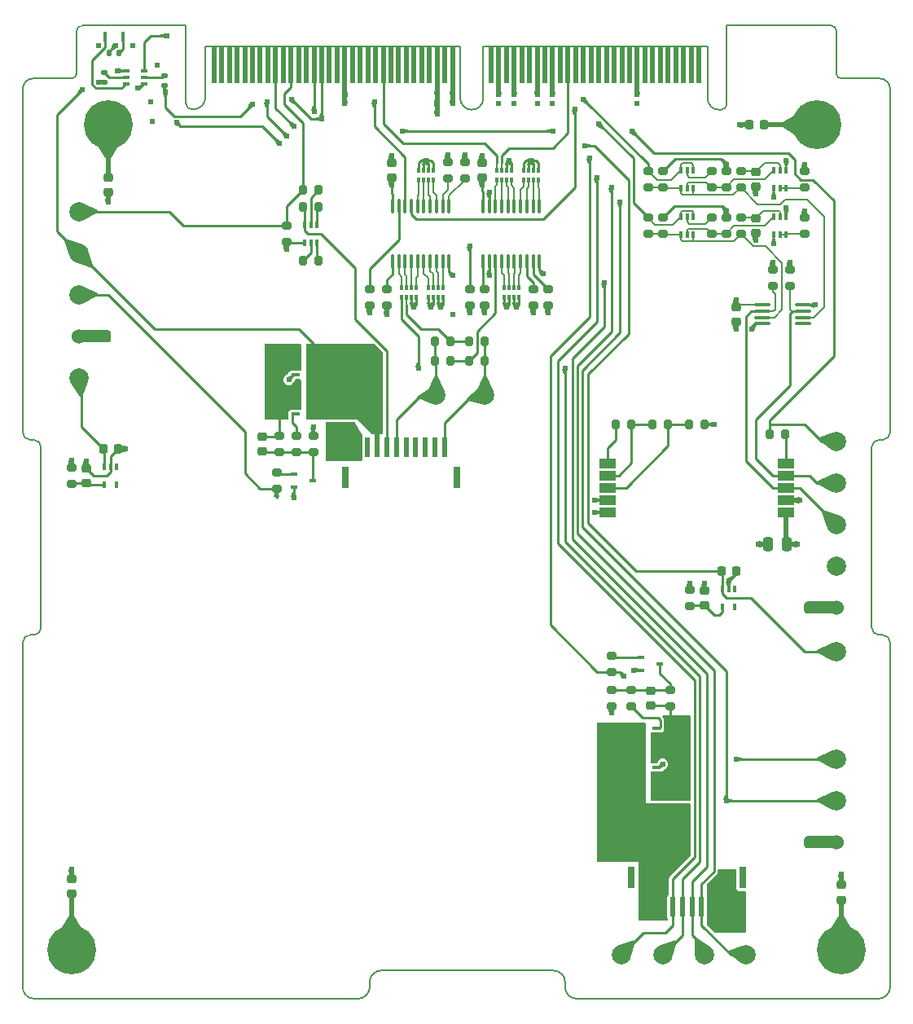
<source format=gtl>
G04 #@! TF.GenerationSoftware,KiCad,Pcbnew,7.0.1*
G04 #@! TF.CreationDate,2023-06-21T18:56:17-04:00*
G04 #@! TF.ProjectId,payload-interface-board,7061796c-6f61-4642-9d69-6e7465726661,B*
G04 #@! TF.SameCoordinates,Original*
G04 #@! TF.FileFunction,Copper,L1,Top*
G04 #@! TF.FilePolarity,Positive*
%FSLAX46Y46*%
G04 Gerber Fmt 4.6, Leading zero omitted, Abs format (unit mm)*
G04 Created by KiCad (PCBNEW 7.0.1) date 2023-06-21 18:56:17*
%MOMM*%
%LPD*%
G01*
G04 APERTURE LIST*
G04 Aperture macros list*
%AMRoundRect*
0 Rectangle with rounded corners*
0 $1 Rounding radius*
0 $2 $3 $4 $5 $6 $7 $8 $9 X,Y pos of 4 corners*
0 Add a 4 corners polygon primitive as box body*
4,1,4,$2,$3,$4,$5,$6,$7,$8,$9,$2,$3,0*
0 Add four circle primitives for the rounded corners*
1,1,$1+$1,$2,$3*
1,1,$1+$1,$4,$5*
1,1,$1+$1,$6,$7*
1,1,$1+$1,$8,$9*
0 Add four rect primitives between the rounded corners*
20,1,$1+$1,$2,$3,$4,$5,0*
20,1,$1+$1,$4,$5,$6,$7,0*
20,1,$1+$1,$6,$7,$8,$9,0*
20,1,$1+$1,$8,$9,$2,$3,0*%
%AMFreePoly0*
4,1,12,0.105238,2.379067,0.194454,2.319454,0.254067,2.230238,0.275000,2.125000,0.275000,-1.400000,-0.275000,-1.400000,-0.275000,2.125000,-0.254067,2.230238,-0.194454,2.319454,-0.105238,2.379067,0.000000,2.400000,0.105238,2.379067,0.105238,2.379067,$1*%
G04 Aperture macros list end*
G04 #@! TA.AperFunction,SMDPad,CuDef*
%ADD10FreePoly0,0.000000*%
G04 #@! TD*
G04 #@! TA.AperFunction,ComponentPad*
%ADD11C,2.000000*%
G04 #@! TD*
G04 #@! TA.AperFunction,SMDPad,CuDef*
%ADD12R,0.400000X0.650000*%
G04 #@! TD*
G04 #@! TA.AperFunction,SMDPad,CuDef*
%ADD13RoundRect,0.135000X-0.185000X0.135000X-0.185000X-0.135000X0.185000X-0.135000X0.185000X0.135000X0*%
G04 #@! TD*
G04 #@! TA.AperFunction,SMDPad,CuDef*
%ADD14RoundRect,0.225000X-0.225000X-0.250000X0.225000X-0.250000X0.225000X0.250000X-0.225000X0.250000X0*%
G04 #@! TD*
G04 #@! TA.AperFunction,ComponentPad*
%ADD15C,1.524000*%
G04 #@! TD*
G04 #@! TA.AperFunction,SMDPad,CuDef*
%ADD16RoundRect,0.317500X-1.587500X-0.317500X1.587500X-0.317500X1.587500X0.317500X-1.587500X0.317500X0*%
G04 #@! TD*
G04 #@! TA.AperFunction,SMDPad,CuDef*
%ADD17RoundRect,0.200000X-0.275000X0.200000X-0.275000X-0.200000X0.275000X-0.200000X0.275000X0.200000X0*%
G04 #@! TD*
G04 #@! TA.AperFunction,SMDPad,CuDef*
%ADD18RoundRect,0.200000X0.275000X-0.200000X0.275000X0.200000X-0.275000X0.200000X-0.275000X-0.200000X0*%
G04 #@! TD*
G04 #@! TA.AperFunction,SMDPad,CuDef*
%ADD19RoundRect,0.200000X-0.200000X-0.275000X0.200000X-0.275000X0.200000X0.275000X-0.200000X0.275000X0*%
G04 #@! TD*
G04 #@! TA.AperFunction,SMDPad,CuDef*
%ADD20RoundRect,0.225000X-0.250000X0.225000X-0.250000X-0.225000X0.250000X-0.225000X0.250000X0.225000X0*%
G04 #@! TD*
G04 #@! TA.AperFunction,SMDPad,CuDef*
%ADD21RoundRect,0.225000X0.250000X-0.225000X0.250000X0.225000X-0.250000X0.225000X-0.250000X-0.225000X0*%
G04 #@! TD*
G04 #@! TA.AperFunction,SMDPad,CuDef*
%ADD22R,0.969500X1.638000*%
G04 #@! TD*
G04 #@! TA.AperFunction,SMDPad,CuDef*
%ADD23R,0.969500X0.340000*%
G04 #@! TD*
G04 #@! TA.AperFunction,SMDPad,CuDef*
%ADD24R,2.455000X2.290000*%
G04 #@! TD*
G04 #@! TA.AperFunction,SMDPad,CuDef*
%ADD25RoundRect,0.200000X0.200000X0.275000X-0.200000X0.275000X-0.200000X-0.275000X0.200000X-0.275000X0*%
G04 #@! TD*
G04 #@! TA.AperFunction,SMDPad,CuDef*
%ADD26R,0.400000X0.500000*%
G04 #@! TD*
G04 #@! TA.AperFunction,SMDPad,CuDef*
%ADD27R,0.300000X0.500000*%
G04 #@! TD*
G04 #@! TA.AperFunction,SMDPad,CuDef*
%ADD28R,0.370000X1.000000*%
G04 #@! TD*
G04 #@! TA.AperFunction,SMDPad,CuDef*
%ADD29R,1.778000X1.016000*%
G04 #@! TD*
G04 #@! TA.AperFunction,SMDPad,CuDef*
%ADD30RoundRect,0.100000X0.100000X-0.637500X0.100000X0.637500X-0.100000X0.637500X-0.100000X-0.637500X0*%
G04 #@! TD*
G04 #@! TA.AperFunction,SMDPad,CuDef*
%ADD31R,0.700000X0.450000*%
G04 #@! TD*
G04 #@! TA.AperFunction,ComponentPad*
%ADD32C,5.080000*%
G04 #@! TD*
G04 #@! TA.AperFunction,SMDPad,CuDef*
%ADD33RoundRect,0.135000X-0.135000X-0.185000X0.135000X-0.185000X0.135000X0.185000X-0.135000X0.185000X0*%
G04 #@! TD*
G04 #@! TA.AperFunction,SMDPad,CuDef*
%ADD34R,0.600000X2.075000*%
G04 #@! TD*
G04 #@! TA.AperFunction,SMDPad,CuDef*
%ADD35R,0.800000X2.325000*%
G04 #@! TD*
G04 #@! TA.AperFunction,SMDPad,CuDef*
%ADD36RoundRect,0.100000X-0.712500X-0.100000X0.712500X-0.100000X0.712500X0.100000X-0.712500X0.100000X0*%
G04 #@! TD*
G04 #@! TA.AperFunction,SMDPad,CuDef*
%ADD37RoundRect,0.250000X0.250000X0.475000X-0.250000X0.475000X-0.250000X-0.475000X0.250000X-0.475000X0*%
G04 #@! TD*
G04 #@! TA.AperFunction,SMDPad,CuDef*
%ADD38RoundRect,0.317500X1.587500X0.317500X-1.587500X0.317500X-1.587500X-0.317500X1.587500X-0.317500X0*%
G04 #@! TD*
G04 #@! TA.AperFunction,SMDPad,CuDef*
%ADD39R,0.650000X0.400000*%
G04 #@! TD*
G04 #@! TA.AperFunction,ViaPad*
%ADD40C,0.609600*%
G04 #@! TD*
G04 #@! TA.AperFunction,Conductor*
%ADD41C,0.250000*%
G04 #@! TD*
G04 #@! TA.AperFunction,Conductor*
%ADD42C,0.254000*%
G04 #@! TD*
G04 #@! TA.AperFunction,Conductor*
%ADD43C,0.508000*%
G04 #@! TD*
G04 #@! TA.AperFunction,Conductor*
%ADD44C,0.203200*%
G04 #@! TD*
G04 #@! TA.AperFunction,Profile*
%ADD45C,0.200000*%
G04 #@! TD*
G04 APERTURE END LIST*
D10*
X60033839Y-68787167D03*
X60833839Y-68787167D03*
X61633839Y-68787167D03*
X62433839Y-68787167D03*
X63233839Y-68787167D03*
X64033839Y-68787167D03*
X64833839Y-68787167D03*
X65633839Y-68787167D03*
X66433839Y-68787167D03*
X67233839Y-68787167D03*
X68033839Y-68787167D03*
X68833839Y-68787167D03*
X69633839Y-68787167D03*
X70433839Y-68787167D03*
X71233839Y-68787167D03*
X72033839Y-68787167D03*
X72833839Y-68787167D03*
X73633839Y-68787167D03*
X74433839Y-68787167D03*
X75233839Y-68787167D03*
X76033839Y-68787167D03*
X76833839Y-68787167D03*
X77633839Y-68787167D03*
X78433839Y-68787167D03*
X79233839Y-68787167D03*
X80033839Y-68787167D03*
X80833839Y-68787167D03*
X81633839Y-68787167D03*
X82433839Y-68787167D03*
X83233839Y-68787167D03*
X84033839Y-68787167D03*
X84833839Y-68787167D03*
X88833839Y-68787167D03*
X89633839Y-68787167D03*
X90433839Y-68787167D03*
X91233839Y-68787167D03*
X92033839Y-68787167D03*
X92833839Y-68787167D03*
X93633839Y-68787167D03*
X94433839Y-68787167D03*
X95233839Y-68787167D03*
X96033839Y-68787167D03*
X96833839Y-68787167D03*
X97633839Y-68787167D03*
X98433839Y-68787167D03*
X99233839Y-68787167D03*
X100033839Y-68787167D03*
X100833839Y-68787167D03*
X101633839Y-68787167D03*
X102433839Y-68787167D03*
X103233839Y-68787167D03*
X104033839Y-68787167D03*
X104833839Y-68787167D03*
X105633839Y-68787167D03*
X106433839Y-68787167D03*
X107233839Y-68787167D03*
X108033839Y-68787167D03*
X108833839Y-68787167D03*
X109633839Y-68787167D03*
X110433839Y-68787167D03*
D11*
X124714000Y-144780000D03*
D12*
X69454000Y-86802000D03*
X70104000Y-86802000D03*
X70754000Y-86802000D03*
X70754000Y-84902000D03*
X70104000Y-84902000D03*
X69454000Y-84902000D03*
D13*
X54864000Y-69467000D03*
X54864000Y-70487000D03*
D11*
X45974000Y-83566000D03*
D13*
X48641000Y-69086000D03*
X48641000Y-70106000D03*
D14*
X48501000Y-108204000D03*
X50051000Y-108204000D03*
D11*
X45974000Y-92202000D03*
D15*
X124714000Y-124714000D03*
D16*
X123266200Y-124714000D03*
D17*
X88138000Y-91631000D03*
X88138000Y-93281000D03*
D18*
X101346000Y-131381000D03*
X101346000Y-129731000D03*
D19*
X105601000Y-105664000D03*
X107251000Y-105664000D03*
D11*
X124714000Y-120396000D03*
D17*
X76200000Y-91631000D03*
X76200000Y-93281000D03*
D18*
X114808001Y-85852000D03*
X114808001Y-84202000D03*
D17*
X119888000Y-89599000D03*
X119888000Y-91249000D03*
D11*
X110998000Y-160782000D03*
D12*
X114188000Y-122748000D03*
X113538000Y-122748000D03*
X112888000Y-122748000D03*
X112888000Y-124648000D03*
X114188000Y-124648000D03*
D11*
X83121000Y-102616000D03*
D18*
X105155999Y-85852000D03*
X105155999Y-84202000D03*
D20*
X125222000Y-153530000D03*
X125222000Y-155080000D03*
D21*
X46736000Y-111773000D03*
X46736000Y-110223000D03*
D17*
X106680000Y-84202000D03*
X106680000Y-85852000D03*
D12*
X118222000Y-85976999D03*
X118872000Y-85976999D03*
X119522000Y-85976999D03*
X119522000Y-84076999D03*
X118872000Y-84076999D03*
X118222000Y-84076999D03*
D20*
X116331999Y-84252000D03*
X116331999Y-85802000D03*
D17*
X66802000Y-106871000D03*
X66802000Y-108521000D03*
X118110000Y-89599000D03*
X118110000Y-91249000D03*
D19*
X69279000Y-81280000D03*
X70929000Y-81280000D03*
D11*
X88201000Y-102616000D03*
D18*
X105156000Y-81026001D03*
X105156000Y-79376001D03*
D21*
X110998000Y-124473000D03*
X110998000Y-122923000D03*
D22*
X106056250Y-138560000D03*
D23*
X106056250Y-137259000D03*
D24*
X103704500Y-138234000D03*
D25*
X70929000Y-83058000D03*
X69279000Y-83058000D03*
D26*
X82792000Y-79256000D03*
D27*
X82292000Y-79256000D03*
X81792000Y-79256000D03*
D26*
X81292000Y-79256000D03*
X81292000Y-80256000D03*
D27*
X81792000Y-80256000D03*
X82292000Y-80256000D03*
D26*
X82792000Y-80256000D03*
D22*
X106067250Y-142624000D03*
D23*
X106067250Y-141323000D03*
D24*
X103715500Y-142298000D03*
D17*
X113283999Y-79376000D03*
X113283999Y-81026000D03*
D28*
X48727000Y-65405000D03*
X50587000Y-65405000D03*
D20*
X65024000Y-106921000D03*
X65024000Y-108471000D03*
D11*
X124714000Y-116078000D03*
D29*
X119507000Y-114808000D03*
X119507000Y-113538000D03*
X119507000Y-112268000D03*
X119507000Y-110998000D03*
X119507000Y-109728000D03*
X100965000Y-109728000D03*
X100965000Y-110998000D03*
X100965000Y-112268000D03*
X100965000Y-113538000D03*
X100965000Y-114808000D03*
D11*
X45974000Y-100838000D03*
D12*
X118222000Y-81151000D03*
X118872000Y-81151000D03*
X119522000Y-81151000D03*
X119522000Y-79251000D03*
X118872000Y-79251000D03*
X118222000Y-79251000D03*
D11*
X115316000Y-160782000D03*
D17*
X106680000Y-79376000D03*
X106680000Y-81026000D03*
D30*
X78609000Y-88714500D03*
X79259000Y-88714500D03*
X79909000Y-88714500D03*
X80559000Y-88714500D03*
X81209000Y-88714500D03*
X81859000Y-88714500D03*
X82509000Y-88714500D03*
X83159000Y-88714500D03*
X83809000Y-88714500D03*
X84459000Y-88714500D03*
X84459000Y-82989500D03*
X83809000Y-82989500D03*
X83159000Y-82989500D03*
X82509000Y-82989500D03*
X81859000Y-82989500D03*
X81209000Y-82989500D03*
X80559000Y-82989500D03*
X79909000Y-82989500D03*
X79259000Y-82989500D03*
X78609000Y-82989500D03*
D25*
X84645000Y-99060000D03*
X82995000Y-99060000D03*
D11*
X102362000Y-160782000D03*
D17*
X45212000Y-110173000D03*
X45212000Y-111823000D03*
D31*
X68342000Y-110856000D03*
X68342000Y-112156000D03*
X70342000Y-111506000D03*
D32*
X49022000Y-74549000D03*
D21*
X105410000Y-134887000D03*
X105410000Y-133337000D03*
D14*
X112763000Y-120904000D03*
X114313000Y-120904000D03*
D21*
X87884000Y-80023000D03*
X87884000Y-78473000D03*
D32*
X125222000Y-160274000D03*
D11*
X45974000Y-87884000D03*
D33*
X49147000Y-67056000D03*
X50167000Y-67056000D03*
D34*
X104720000Y-155828500D03*
X105720000Y-155828500D03*
X106720000Y-155828500D03*
X107720000Y-155828500D03*
X108720000Y-155828500D03*
X109720000Y-155828500D03*
X110720000Y-155828500D03*
X111720000Y-155828500D03*
X112720000Y-155828500D03*
X113720000Y-155828500D03*
D35*
X103420000Y-152728500D03*
X115020000Y-152728500D03*
D31*
X104410000Y-129906000D03*
X104410000Y-131206000D03*
X106410000Y-130556000D03*
D17*
X111760001Y-84202000D03*
X111760001Y-85852000D03*
D36*
X117013500Y-93259000D03*
X117013500Y-93909000D03*
X117013500Y-94559000D03*
X117013500Y-95209000D03*
X121238500Y-95209000D03*
X121238500Y-94559000D03*
X121238500Y-93909000D03*
X121238500Y-93259000D03*
D15*
X124714000Y-149098000D03*
D16*
X123266200Y-149098000D03*
D20*
X45212000Y-152895000D03*
X45212000Y-154445000D03*
X114300000Y-93459000D03*
X114300000Y-95009000D03*
D25*
X70929000Y-88646000D03*
X69279000Y-88646000D03*
D18*
X103378000Y-134937000D03*
X103378000Y-133287000D03*
D19*
X109411000Y-105664000D03*
X111061000Y-105664000D03*
D17*
X77978000Y-91631000D03*
X77978000Y-93281000D03*
D11*
X124714000Y-111760000D03*
D17*
X111760001Y-79375999D03*
X111760001Y-81025999D03*
D34*
X84002000Y-108044500D03*
X83002000Y-108044500D03*
X82002000Y-108044500D03*
X81002000Y-108044500D03*
X80002000Y-108044500D03*
X79002000Y-108044500D03*
X78002000Y-108044500D03*
X77002000Y-108044500D03*
X76002000Y-108044500D03*
X75002000Y-108044500D03*
D35*
X85302000Y-111144500D03*
X73702000Y-111144500D03*
D26*
X82308000Y-92448000D03*
D27*
X82808000Y-92448000D03*
X83308000Y-92448000D03*
D26*
X83808000Y-92448000D03*
X83808000Y-91448000D03*
D27*
X83308000Y-91448000D03*
X82808000Y-91448000D03*
D26*
X82308000Y-91448000D03*
X91682000Y-91448000D03*
D27*
X91182000Y-91448000D03*
X90682000Y-91448000D03*
D26*
X90182000Y-91448000D03*
X90182000Y-92448000D03*
D27*
X90682000Y-92448000D03*
X91182000Y-92448000D03*
D26*
X91682000Y-92448000D03*
D11*
X124714000Y-107442000D03*
D19*
X86551000Y-97028000D03*
X88201000Y-97028000D03*
D17*
X70358000Y-106871000D03*
X70358000Y-108521000D03*
D32*
X45212000Y-160274000D03*
D17*
X84328000Y-78423000D03*
X84328000Y-80073000D03*
D12*
X49926000Y-110048000D03*
X49276000Y-110048000D03*
X48626000Y-110048000D03*
X48626000Y-111948000D03*
X49926000Y-111948000D03*
D17*
X86614000Y-91631000D03*
X86614000Y-93281000D03*
D12*
X108569999Y-81151000D03*
X109219999Y-81151000D03*
X109869999Y-81151000D03*
X109869999Y-79251000D03*
X109219999Y-79251000D03*
X108569999Y-79251000D03*
D11*
X124714000Y-140462000D03*
X106680000Y-160782000D03*
D25*
X84645000Y-97028000D03*
X82995000Y-97028000D03*
D37*
X119568000Y-118110000D03*
X117668000Y-118110000D03*
D17*
X68580000Y-106871000D03*
X68580000Y-108521000D03*
X86106000Y-78423000D03*
X86106000Y-80073000D03*
D26*
X92214000Y-80248000D03*
D27*
X92714000Y-80248000D03*
X93214000Y-80248000D03*
D26*
X93714000Y-80248000D03*
X93714000Y-79248000D03*
D27*
X93214000Y-79248000D03*
X92714000Y-79248000D03*
D26*
X92214000Y-79248000D03*
D17*
X93218000Y-91631000D03*
X93218000Y-93281000D03*
D19*
X117793000Y-106680000D03*
X119443000Y-106680000D03*
D18*
X67564000Y-86677000D03*
X67564000Y-85027000D03*
D20*
X116332000Y-79426000D03*
X116332000Y-80976000D03*
D18*
X66548000Y-112331000D03*
X66548000Y-110681000D03*
D22*
X68495750Y-103306001D03*
D23*
X68495750Y-104607001D03*
D24*
X70847500Y-103632001D03*
D26*
X79514000Y-92448000D03*
D27*
X80014000Y-92448000D03*
X80514000Y-92448000D03*
D26*
X81014000Y-92448000D03*
X81014000Y-91448000D03*
D27*
X80514000Y-91448000D03*
X80014000Y-91448000D03*
D26*
X79514000Y-91448000D03*
D17*
X109474000Y-122873000D03*
X109474000Y-124523000D03*
D22*
X68484749Y-99242000D03*
D23*
X68484749Y-100543000D03*
D24*
X70836499Y-99568000D03*
D18*
X101346000Y-134937000D03*
X101346000Y-133287000D03*
D14*
X115671000Y-74536000D03*
X117221000Y-74536000D03*
D17*
X121412000Y-79376000D03*
X121412000Y-81026000D03*
X94742000Y-91631000D03*
X94742000Y-93281000D03*
D18*
X114808000Y-81026000D03*
X114808000Y-79376000D03*
D30*
X88007000Y-88714500D03*
X88657000Y-88714500D03*
X89307000Y-88714500D03*
X89957000Y-88714500D03*
X90607000Y-88714500D03*
X91257000Y-88714500D03*
X91907000Y-88714500D03*
X92557000Y-88714500D03*
X93207000Y-88714500D03*
X93857000Y-88714500D03*
X93857000Y-82989500D03*
X93207000Y-82989500D03*
X92557000Y-82989500D03*
X91907000Y-82989500D03*
X91257000Y-82989500D03*
X90607000Y-82989500D03*
X89957000Y-82989500D03*
X89307000Y-82989500D03*
X88657000Y-82989500D03*
X88007000Y-82989500D03*
D18*
X107442000Y-134937000D03*
X107442000Y-133287000D03*
D19*
X101791000Y-105664000D03*
X103441000Y-105664000D03*
D15*
X45974000Y-96520000D03*
D38*
X47421800Y-96520000D03*
D17*
X121412000Y-84202000D03*
X121412000Y-85852000D03*
X113284000Y-84202000D03*
X113284000Y-85852000D03*
D39*
X50876000Y-68946000D03*
X50876000Y-69596000D03*
X50876000Y-70246000D03*
X52776000Y-70246000D03*
X52776000Y-69596000D03*
X52776000Y-68946000D03*
D11*
X124714000Y-129286000D03*
D26*
X89420000Y-80256000D03*
D27*
X89920000Y-80256000D03*
X90420000Y-80256000D03*
D26*
X90920000Y-80256000D03*
X90920000Y-79256000D03*
D27*
X90420000Y-79256000D03*
X89920000Y-79256000D03*
D26*
X89420000Y-79256000D03*
D32*
X122682000Y-74549000D03*
D12*
X108570000Y-85977000D03*
X109220000Y-85977000D03*
X109870000Y-85977000D03*
X109870000Y-84077000D03*
X109220000Y-84077000D03*
X108570000Y-84077000D03*
D21*
X49022000Y-81547000D03*
X49022000Y-79997000D03*
X78486000Y-80023000D03*
X78486000Y-78473000D03*
D19*
X86551000Y-99060000D03*
X88201000Y-99060000D03*
D40*
X54991000Y-71120000D03*
X64008000Y-72390000D03*
X48011492Y-70104000D03*
X113284000Y-152654000D03*
X104033820Y-71374000D03*
X80772000Y-93472000D03*
X93218000Y-94030000D03*
X87884000Y-77724000D03*
X67564000Y-87426000D03*
X72390000Y-105918000D03*
X74930000Y-106680000D03*
X73633839Y-72283834D03*
X82042000Y-78232000D03*
X112014000Y-105664000D03*
X90678000Y-78232000D03*
X50800000Y-108204000D03*
X49022000Y-82550000D03*
X99568000Y-114808000D03*
X125222000Y-152400000D03*
X119522000Y-83185999D03*
X78486000Y-77724000D03*
X113284000Y-157480000D03*
X112776000Y-153416000D03*
X92964000Y-78224000D03*
X116331999Y-86551000D03*
X114668000Y-74536000D03*
X74422000Y-105918000D03*
X95233839Y-72283834D03*
X91440000Y-93472000D03*
X68326000Y-113284000D03*
X54102000Y-68326000D03*
X88138000Y-94030000D03*
X120904000Y-113538000D03*
X49974721Y-68903212D03*
X84328000Y-77674000D03*
X46736000Y-109474000D03*
X104033820Y-72283820D03*
X118222000Y-82042000D03*
X99568000Y-113538000D03*
X90424000Y-93472000D03*
X113538000Y-121920000D03*
X73908517Y-106687743D03*
X114554000Y-157480000D03*
X89633839Y-72283834D03*
X95233839Y-71374014D03*
X94234000Y-90043500D03*
X72898000Y-106680000D03*
X82550000Y-93472000D03*
X115950500Y-95758000D03*
X86106000Y-77674000D03*
X83566000Y-93472000D03*
X84836000Y-90170000D03*
X91233839Y-72283834D03*
X116586000Y-118110000D03*
X73406000Y-105918000D03*
X73633839Y-71374014D03*
X114300000Y-95758000D03*
X113284000Y-154178000D03*
X119522000Y-78232000D03*
X118222000Y-86867999D03*
X112268000Y-157480000D03*
X110998000Y-122174000D03*
X113792000Y-153416000D03*
X112268000Y-154178000D03*
X89633839Y-71374014D03*
X52070000Y-70739000D03*
X91233839Y-71374014D03*
X116332000Y-81725000D03*
X103632000Y-131206000D03*
X86614000Y-94030000D03*
X94742000Y-94030000D03*
X45212000Y-151892000D03*
X76200000Y-94030000D03*
X66040000Y-100584000D03*
X66040000Y-103632000D03*
X66040000Y-98552000D03*
X66040000Y-102616000D03*
X66040000Y-101600000D03*
X83233820Y-71374000D03*
X66802000Y-98044000D03*
X66802000Y-99060000D03*
X83233820Y-72333820D03*
X66802000Y-102108000D03*
X66802000Y-104140000D03*
X83233820Y-73406000D03*
X66802000Y-101092000D03*
X66040000Y-99568000D03*
X66802000Y-103124000D03*
X66802000Y-100076000D03*
X98433839Y-71882000D03*
X100033839Y-74422000D03*
X98552000Y-76708000D03*
X70433839Y-73152000D03*
X81280000Y-99822000D03*
X96520000Y-99822000D03*
X100584000Y-90932000D03*
X88646000Y-90170000D03*
X68326000Y-74676000D03*
X99822000Y-80010000D03*
X101346000Y-81026000D03*
X67564000Y-75692000D03*
X65532000Y-72136000D03*
X102616000Y-131826000D03*
X99060000Y-77978000D03*
X114300000Y-140462000D03*
X107696000Y-139192000D03*
X108458000Y-138684000D03*
X107696000Y-140208000D03*
X93633839Y-71374014D03*
X107696000Y-141224000D03*
X108458000Y-140716000D03*
X107696000Y-143256000D03*
X108458000Y-142748000D03*
X93633839Y-72283834D03*
X107696000Y-142240000D03*
X107696000Y-137160000D03*
X107696000Y-138176000D03*
X108458000Y-139700000D03*
X108458000Y-137668000D03*
X108458000Y-141732000D03*
X76708000Y-72136000D03*
X97536000Y-72898000D03*
X84836000Y-94234000D03*
X53594000Y-74168000D03*
X118110000Y-88850000D03*
X121412000Y-83453000D03*
X120650000Y-118110000D03*
X113284000Y-83453000D03*
X48008000Y-66294000D03*
X78486000Y-80772000D03*
X121412000Y-78627000D03*
X84833820Y-71374000D03*
X122580900Y-93259000D03*
X113283999Y-78627000D03*
X87884000Y-80772000D03*
X84833820Y-72283820D03*
X109474000Y-122174000D03*
X77978000Y-94234000D03*
X119888000Y-88850000D03*
X114300000Y-92710000D03*
X45212000Y-109424000D03*
X49778290Y-66280714D03*
X46355000Y-70866000D03*
X56134000Y-74292500D03*
X102237500Y-82550000D03*
X113284000Y-144780000D03*
X109220000Y-145796000D03*
X66802000Y-76454000D03*
X67818000Y-101023874D03*
X70358000Y-105918000D03*
X106680000Y-140967023D03*
X101346000Y-135636000D03*
X86614000Y-87122000D03*
X88646000Y-81534000D03*
X55118000Y-65278000D03*
X95250000Y-75184000D03*
X53467000Y-72136000D03*
X103505000Y-75184000D03*
X79629000Y-75184000D03*
X68072000Y-71882000D03*
X71247000Y-73914000D03*
X51562000Y-66294000D03*
D41*
X48013492Y-70106000D02*
X48641000Y-70106000D01*
X54991000Y-71120000D02*
X54991000Y-72771000D01*
X48011492Y-70104000D02*
X48013492Y-70106000D01*
X54864000Y-70487000D02*
X54864000Y-70993000D01*
X54991000Y-72771000D02*
X55880000Y-73660000D01*
X55880000Y-73660000D02*
X62738000Y-73660000D01*
X54864000Y-70993000D02*
X54991000Y-71120000D01*
X62738000Y-73660000D02*
X64008000Y-72390000D01*
X112522000Y-125476000D02*
X112001000Y-125476000D01*
X112888000Y-125110000D02*
X112522000Y-125476000D01*
X112888000Y-124648000D02*
X112888000Y-125110000D01*
X112001000Y-125476000D02*
X110998000Y-124473000D01*
X110998000Y-124473000D02*
X109524000Y-124473000D01*
D42*
X48626000Y-111948000D02*
X46911000Y-111948000D01*
X46736000Y-111773000D02*
X45262000Y-111773000D01*
X82792000Y-79256000D02*
X82792000Y-78474000D01*
X75002000Y-108044500D02*
X75002000Y-106752000D01*
X81292000Y-78474000D02*
X81292000Y-79256000D01*
X82292000Y-79256000D02*
X82292000Y-78482000D01*
X92964000Y-78224000D02*
X92714000Y-78474000D01*
X81792000Y-78482000D02*
X81792000Y-79256000D01*
X82042000Y-78232000D02*
X81792000Y-78482000D01*
X100965000Y-114808000D02*
X99568000Y-114808000D01*
D41*
X50876000Y-68946000D02*
X50017509Y-68946000D01*
D43*
X73633839Y-68787167D02*
X73633839Y-71374014D01*
D42*
X82792000Y-78474000D02*
X82550000Y-78232000D01*
D44*
X118222000Y-82042000D02*
X118222000Y-81151000D01*
D42*
X47511000Y-110998000D02*
X48861400Y-110998000D01*
X82550000Y-78232000D02*
X82042000Y-78232000D01*
X91682000Y-93230000D02*
X91440000Y-93472000D01*
D43*
X89633839Y-68787167D02*
X89633839Y-71374014D01*
X125222000Y-153530000D02*
X125222000Y-152400000D01*
X91233839Y-68787167D02*
X91233839Y-71374014D01*
X86106000Y-78423000D02*
X86106000Y-77674000D01*
D41*
X52070000Y-70739000D02*
X52283000Y-70739000D01*
D43*
X50051000Y-108204000D02*
X50800000Y-108204000D01*
D42*
X91182000Y-92448000D02*
X91182000Y-93214000D01*
D41*
X82308000Y-93230000D02*
X82550000Y-93472000D01*
D43*
X84328000Y-78423000D02*
X84328000Y-77674000D01*
D44*
X119522000Y-83185999D02*
X119522000Y-84076999D01*
D42*
X92964000Y-78224000D02*
X92456000Y-78224000D01*
D41*
X68342000Y-113268000D02*
X68326000Y-113284000D01*
D42*
X93214000Y-78474000D02*
X92964000Y-78224000D01*
D43*
X73633839Y-71374014D02*
X73633839Y-72283834D01*
D41*
X83308000Y-92448000D02*
X83308000Y-93214000D01*
D42*
X82042000Y-78232000D02*
X81534000Y-78232000D01*
D41*
X81014000Y-93230000D02*
X80772000Y-93472000D01*
D42*
X46736000Y-110223000D02*
X47511000Y-110998000D01*
X93214000Y-79248000D02*
X93214000Y-78474000D01*
D41*
X81014000Y-92448000D02*
X81014000Y-93230000D01*
D42*
X84459000Y-89793000D02*
X84836000Y-90170000D01*
X69454000Y-86802000D02*
X67689000Y-86802000D01*
X115950500Y-95758000D02*
X115950500Y-95631500D01*
D43*
X119507000Y-113538000D02*
X120904000Y-113538000D01*
D42*
X90182000Y-92448000D02*
X90182000Y-93230000D01*
D41*
X50017509Y-68946000D02*
X49974721Y-68903212D01*
X110998000Y-122923000D02*
X110998000Y-122174000D01*
D42*
X92714000Y-78474000D02*
X92714000Y-79248000D01*
D41*
X82808000Y-93214000D02*
X82550000Y-93472000D01*
X80514000Y-93214000D02*
X80772000Y-93472000D01*
X83808000Y-93230000D02*
X83566000Y-93472000D01*
X83308000Y-93214000D02*
X83566000Y-93472000D01*
D42*
X90920000Y-78474000D02*
X90920000Y-79256000D01*
X90420000Y-78490000D02*
X90420000Y-79256000D01*
D43*
X95233839Y-68787167D02*
X95233839Y-71374014D01*
D41*
X113538000Y-122748000D02*
X113538000Y-121920000D01*
D42*
X49276000Y-110583400D02*
X49276000Y-110048000D01*
D43*
X94742000Y-93281000D02*
X94742000Y-94030000D01*
D42*
X91182000Y-93214000D02*
X91440000Y-93472000D01*
X48861400Y-110998000D02*
X49276000Y-110583400D01*
X91682000Y-92448000D02*
X91682000Y-93230000D01*
D43*
X78486000Y-78473000D02*
X78486000Y-77724000D01*
X45212000Y-152895000D02*
X45212000Y-151892000D01*
D41*
X82808000Y-92448000D02*
X82808000Y-93214000D01*
X114313000Y-121145000D02*
X113538000Y-121920000D01*
D42*
X75002000Y-106752000D02*
X74930000Y-106680000D01*
X90678000Y-78232000D02*
X90920000Y-78474000D01*
D43*
X86614000Y-93281000D02*
X86614000Y-94030000D01*
D41*
X111061000Y-105664000D02*
X112014000Y-105664000D01*
D43*
X114300000Y-95009000D02*
X114300000Y-95758000D01*
D42*
X90182000Y-93230000D02*
X90424000Y-93472000D01*
D43*
X88138000Y-93281000D02*
X88138000Y-94030000D01*
D41*
X80514000Y-92448000D02*
X80514000Y-93214000D01*
D42*
X49276000Y-110048001D02*
X49276000Y-108978999D01*
D43*
X93218000Y-93281000D02*
X93218000Y-94030000D01*
D42*
X115950500Y-95631500D02*
X116373000Y-95209000D01*
X81534000Y-78232000D02*
X81292000Y-78474000D01*
X90682000Y-92448000D02*
X90682000Y-93214000D01*
X90678000Y-78232000D02*
X90420000Y-78490000D01*
X93714000Y-78466000D02*
X93472000Y-78224000D01*
X93472000Y-78224000D02*
X92964000Y-78224000D01*
D43*
X49022000Y-81547000D02*
X49022000Y-82550000D01*
D42*
X93857000Y-89666500D02*
X93857000Y-88714500D01*
X82292000Y-78482000D02*
X82042000Y-78232000D01*
X84459000Y-88714500D02*
X84459000Y-89793000D01*
X92456000Y-78224000D02*
X92214000Y-78466000D01*
D41*
X82308000Y-92448000D02*
X82308000Y-93230000D01*
D43*
X104033820Y-68787153D02*
X104033820Y-71374000D01*
D44*
X118222000Y-86867999D02*
X118222000Y-85976999D01*
D43*
X67564000Y-86677000D02*
X67564000Y-87426000D01*
D42*
X92214000Y-78466000D02*
X92214000Y-79248000D01*
D41*
X68342000Y-112156000D02*
X68342000Y-113268000D01*
D43*
X76200000Y-93281000D02*
X76200000Y-94030000D01*
D41*
X103632000Y-131206000D02*
X104410000Y-131206000D01*
D43*
X46736000Y-110223000D02*
X46736000Y-109474000D01*
D42*
X93714000Y-79248000D02*
X93714000Y-78466000D01*
D44*
X119522000Y-78232000D02*
X119522000Y-79251000D01*
D42*
X49276000Y-108978999D02*
X50051000Y-108204000D01*
D41*
X83808000Y-92448000D02*
X83808000Y-93230000D01*
D42*
X90682000Y-93214000D02*
X90424000Y-93472000D01*
D43*
X87884000Y-78473000D02*
X87884000Y-77724000D01*
D42*
X100965000Y-113538000D02*
X99568000Y-113538000D01*
D43*
X116331999Y-85802000D02*
X116331999Y-86551000D01*
D42*
X94234000Y-90043500D02*
X93857000Y-89666500D01*
D43*
X117668000Y-118110000D02*
X116586000Y-118110000D01*
X116332000Y-80976000D02*
X116332000Y-81725000D01*
D41*
X52283000Y-70739000D02*
X52776000Y-70246000D01*
D43*
X115671000Y-74536000D02*
X114668000Y-74536000D01*
X83233820Y-68787153D02*
X83233820Y-72333820D01*
X83233820Y-73406000D02*
X83233820Y-72333820D01*
D42*
X66802000Y-106871000D02*
X66802000Y-104902000D01*
D43*
X83233820Y-68787153D02*
X83233820Y-71374000D01*
D41*
X65024000Y-106921000D02*
X66752000Y-106921000D01*
D44*
X108569999Y-79251000D02*
X108569999Y-78628001D01*
X108569999Y-78628001D02*
X108712000Y-78486000D01*
X107525199Y-80295800D02*
X108569999Y-79251000D01*
X106075799Y-80295800D02*
X107525199Y-80295800D01*
X105156000Y-79376001D02*
X106075799Y-80295800D01*
X109640399Y-78486000D02*
X109869999Y-78715600D01*
X108712000Y-78486000D02*
X109640399Y-78486000D01*
X109869999Y-78715600D02*
X109869999Y-79251000D01*
D42*
X105156000Y-78604161D02*
X105156000Y-79376001D01*
X98433839Y-71882000D02*
X105156000Y-78604161D01*
X103632000Y-78020161D02*
X103632000Y-82678001D01*
X100033839Y-74422000D02*
X103632000Y-78020161D01*
D44*
X109768400Y-83447200D02*
X108712000Y-83447200D01*
X105860799Y-84906800D02*
X107740200Y-84906800D01*
X108712000Y-83447200D02*
X108570000Y-83589200D01*
X108570000Y-83589200D02*
X108570000Y-84077000D01*
D42*
X103632000Y-82678001D02*
X105155999Y-84202000D01*
D44*
X109870000Y-84077000D02*
X109870000Y-83548800D01*
X107740200Y-84906800D02*
X108570000Y-84077000D01*
X105155999Y-84202000D02*
X105860799Y-84906800D01*
X109870000Y-83548800D02*
X109768400Y-83447200D01*
D42*
X112888000Y-122748000D02*
X112888000Y-121029000D01*
X103124000Y-96266000D02*
X103124000Y-80264000D01*
X112888000Y-123279400D02*
X112888000Y-122748000D01*
X103124000Y-80264000D02*
X99568000Y-76708000D01*
X98933000Y-115071026D02*
X98933000Y-100457000D01*
X99568000Y-76708000D02*
X98552000Y-76708000D01*
X112763000Y-120904000D02*
X103886000Y-120904000D01*
X113306600Y-123698000D02*
X112888000Y-123279400D01*
X103886000Y-120904000D02*
X98935000Y-115953000D01*
X115824000Y-123698000D02*
X113306600Y-123698000D01*
X98935000Y-115073026D02*
X98933000Y-115071026D01*
X98935000Y-115953000D02*
X98935000Y-115073026D01*
X121412000Y-129286000D02*
X115824000Y-123698000D01*
X124714000Y-129286000D02*
X121412000Y-129286000D01*
X98933000Y-100457000D02*
X103124000Y-96266000D01*
X46228000Y-105931000D02*
X46228000Y-102870000D01*
X48626000Y-110048000D02*
X48626001Y-108329000D01*
X70433839Y-73152000D02*
X70433839Y-68787167D01*
X48501000Y-108204000D02*
X46228000Y-105931000D01*
X46228000Y-102870000D02*
X46228000Y-101092000D01*
D43*
X49022000Y-79997000D02*
X49022000Y-74549000D01*
D42*
X81280000Y-99822000D02*
X81280000Y-96520000D01*
D41*
X108720000Y-158742000D02*
X106680000Y-160782000D01*
X108720000Y-155828500D02*
X108720000Y-158742000D01*
D42*
X108720000Y-152900000D02*
X108720000Y-155828500D01*
X110490000Y-131826000D02*
X110490000Y-151130000D01*
X96520000Y-99822000D02*
X96520000Y-117856000D01*
X96520000Y-117856000D02*
X110490000Y-131826000D01*
X81280000Y-96520000D02*
X79514000Y-94754000D01*
X79514000Y-94754000D02*
X79514000Y-92448000D01*
X110490000Y-151130000D02*
X108720000Y-152900000D01*
X100584000Y-90932000D02*
X100584000Y-95504000D01*
X88646000Y-90170000D02*
X88646000Y-88725500D01*
X111252000Y-131572000D02*
X111252000Y-151638000D01*
X109720000Y-153170000D02*
X109720000Y-155828500D01*
X97282000Y-98806000D02*
X97282000Y-117602000D01*
X97282000Y-117602000D02*
X111252000Y-131572000D01*
D41*
X109720000Y-155828500D02*
X109720000Y-158742000D01*
X109720000Y-158742000D02*
X110998000Y-160020000D01*
D42*
X111252000Y-151638000D02*
X109720000Y-153170000D01*
X100584000Y-95504000D02*
X97282000Y-98806000D01*
D41*
X102362000Y-160782000D02*
X104648000Y-158496000D01*
D42*
X109982000Y-150622000D02*
X107720000Y-152884000D01*
D41*
X66433839Y-72783839D02*
X68326000Y-74676000D01*
D42*
X109982000Y-132234300D02*
X109982000Y-150622000D01*
D41*
X107720000Y-157710000D02*
X107720000Y-155828500D01*
X66433839Y-68787167D02*
X66433839Y-72783839D01*
D42*
X107720000Y-152884000D02*
X107720000Y-155828500D01*
X99822000Y-94996000D02*
X95758000Y-99060000D01*
X95758000Y-118010300D02*
X109982000Y-132234300D01*
X95758000Y-99060000D02*
X95758000Y-118010300D01*
D41*
X106934000Y-158496000D02*
X107720000Y-157710000D01*
X104648000Y-158496000D02*
X106934000Y-158496000D01*
D42*
X99822000Y-80010000D02*
X99822000Y-94996000D01*
X101346000Y-96012000D02*
X97790000Y-99568000D01*
D41*
X113792000Y-160782000D02*
X110720000Y-157710000D01*
D42*
X110720000Y-153440000D02*
X110720000Y-155828500D01*
D41*
X115316000Y-160782000D02*
X113792000Y-160782000D01*
D42*
X112014000Y-131196922D02*
X112014000Y-152146000D01*
X65532000Y-72136000D02*
X65532000Y-73660000D01*
X97790000Y-116972922D02*
X112014000Y-131196922D01*
X97790000Y-99568000D02*
X97790000Y-116972922D01*
X65532000Y-73660000D02*
X67564000Y-75692000D01*
X101346000Y-81026000D02*
X101346000Y-96012000D01*
X112014000Y-152146000D02*
X110720000Y-153440000D01*
D41*
X110720000Y-157710000D02*
X110720000Y-155828500D01*
D42*
X45974000Y-92202000D02*
X49022000Y-92202000D01*
X64833000Y-112331000D02*
X66294000Y-112331000D01*
X49022000Y-92202000D02*
X63246000Y-106426000D01*
X66548000Y-113284000D02*
X66548000Y-112331000D01*
X63246000Y-110744000D02*
X64833000Y-112331000D01*
X63246000Y-106426000D02*
X63246000Y-110744000D01*
D43*
X45212000Y-154445000D02*
X45212000Y-160274000D01*
D42*
X99060000Y-94488000D02*
X94996000Y-98552000D01*
X101346000Y-131381000D02*
X102171000Y-131381000D01*
X94996000Y-126492000D02*
X99885000Y-131381000D01*
X114300000Y-140462000D02*
X124714000Y-140462000D01*
X99885000Y-131381000D02*
X101346000Y-131381000D01*
X99060000Y-77978000D02*
X99060000Y-94488000D01*
X102171000Y-131381000D02*
X102616000Y-131826000D01*
X94996000Y-98552000D02*
X94996000Y-126492000D01*
D41*
X70342000Y-111506000D02*
X70342000Y-108537000D01*
X70358000Y-108521000D02*
X65074000Y-108521000D01*
D42*
X107442000Y-134937000D02*
X107442000Y-136906000D01*
D41*
X105410000Y-134887000D02*
X107392000Y-134887000D01*
D43*
X93633839Y-68787167D02*
X93633839Y-71374014D01*
D41*
X107442000Y-133287000D02*
X107442000Y-132588000D01*
X107442000Y-132588000D02*
X106410000Y-131556000D01*
X103378000Y-133287000D02*
X107442000Y-133287000D01*
X103378000Y-133287000D02*
X101346000Y-133287000D01*
X106410000Y-131556000D02*
X106410000Y-130556000D01*
D42*
X76708000Y-72136000D02*
X76708000Y-74663373D01*
X76708000Y-74663373D02*
X79909000Y-77864373D01*
X79909000Y-77864373D02*
X79909000Y-82989500D01*
X79665831Y-76454000D02*
X77633831Y-74422000D01*
D44*
X89408000Y-78994000D02*
X89408000Y-78486000D01*
D42*
X77633831Y-74422000D02*
X77633831Y-68787155D01*
X89408000Y-77748000D02*
X89408000Y-78486000D01*
X89420000Y-77736000D02*
X88138000Y-76454000D01*
X89420000Y-77736000D02*
X89408000Y-77748000D01*
X88138000Y-76454000D02*
X79665831Y-76454000D01*
D44*
X118753199Y-83447199D02*
X118872000Y-83566000D01*
X118872000Y-83566000D02*
X118872000Y-84076999D01*
X117136800Y-83447199D02*
X118753199Y-83447199D01*
X116331999Y-84252000D02*
X117136800Y-83447199D01*
X114808001Y-84202000D02*
X116281999Y-84202000D01*
D42*
X97536000Y-81026000D02*
X97536000Y-72898000D01*
X80559000Y-82989500D02*
X80559000Y-83861000D01*
X80559000Y-83861000D02*
X81026000Y-84328000D01*
X81026000Y-84328000D02*
X94234000Y-84328000D01*
X94234000Y-84328000D02*
X97536000Y-81026000D01*
D44*
X89916000Y-78994000D02*
X89916000Y-78486000D01*
D42*
X96833839Y-75378161D02*
X95250000Y-76962000D01*
X89916000Y-77724000D02*
X89916000Y-78486000D01*
X96833839Y-68787167D02*
X96833839Y-75378161D01*
X95250000Y-76962000D02*
X90678000Y-76962000D01*
X90678000Y-76962000D02*
X89916000Y-77724000D01*
X88007000Y-81534000D02*
X88007000Y-82989500D01*
D43*
X77978000Y-93281000D02*
X77978000Y-94234000D01*
X113284000Y-84202000D02*
X113284000Y-83453000D01*
D42*
X106680000Y-84202000D02*
X107866600Y-83015400D01*
X107866600Y-83015400D02*
X112846400Y-83015400D01*
D43*
X119568000Y-118110000D02*
X120650000Y-118110000D01*
X121412000Y-79376000D02*
X121412000Y-78627000D01*
X119888000Y-89599000D02*
X119888000Y-88850000D01*
D44*
X122580900Y-93259000D02*
X121238500Y-93259000D01*
D43*
X118110000Y-89599000D02*
X118110000Y-88850000D01*
D42*
X112711199Y-78054200D02*
X113283999Y-78627000D01*
D44*
X117013500Y-93259000D02*
X114500000Y-93259000D01*
D43*
X84833820Y-72025180D02*
X84833820Y-68787153D01*
X87884000Y-80023000D02*
X87884000Y-80772000D01*
X45212000Y-110173000D02*
X45212000Y-109424000D01*
D42*
X87884000Y-81411000D02*
X87884000Y-80023000D01*
D43*
X121412000Y-84202000D02*
X121412000Y-83453000D01*
D42*
X106680000Y-79376000D02*
X108001800Y-78054200D01*
D43*
X78486000Y-80023000D02*
X78486000Y-80772000D01*
D41*
X109474000Y-122873000D02*
X109474000Y-122174000D01*
D42*
X112846400Y-83015400D02*
X113284000Y-83453000D01*
D43*
X113283999Y-79376000D02*
X113283999Y-78627000D01*
D42*
X108001800Y-78054200D02*
X112711199Y-78054200D01*
D43*
X114300000Y-93459000D02*
X114300000Y-92710000D01*
D42*
X78486000Y-81665000D02*
X78486000Y-80023000D01*
D43*
X119507000Y-118049000D02*
X119507000Y-114808000D01*
D42*
X78609000Y-81788000D02*
X78609000Y-82989500D01*
X88007000Y-81534000D02*
X87884000Y-81411000D01*
X78609000Y-81788000D02*
X78486000Y-81665000D01*
D43*
X84833820Y-68787153D02*
X84833820Y-71374000D01*
D44*
X80010000Y-93218000D02*
X80018800Y-93209200D01*
D42*
X80010000Y-94234000D02*
X80010000Y-93218000D01*
X83375000Y-95758000D02*
X81534000Y-95758000D01*
X81534000Y-95758000D02*
X80010000Y-94234000D01*
X84645000Y-97028000D02*
X83375000Y-95758000D01*
D44*
X80018800Y-93209200D02*
X80018800Y-92448000D01*
D42*
X86551000Y-97028000D02*
X84645000Y-97028000D01*
X87376000Y-98235000D02*
X87376000Y-96012000D01*
X84645000Y-99060000D02*
X86551000Y-99060000D01*
X89307000Y-94081000D02*
X89307000Y-88714500D01*
X86551000Y-99060000D02*
X87376000Y-98235000D01*
X87376000Y-96012000D02*
X89307000Y-94081000D01*
D44*
X86106000Y-80264000D02*
X84459000Y-81911000D01*
X84459000Y-81911000D02*
X84459000Y-82989500D01*
D42*
X78609000Y-90047000D02*
X77978000Y-90678000D01*
X77978000Y-90678000D02*
X77978000Y-91631000D01*
X78609000Y-88714500D02*
X78609000Y-90047000D01*
X79259000Y-86476000D02*
X79259000Y-82989500D01*
X76200000Y-91631000D02*
X76200000Y-89535000D01*
X76200000Y-89535000D02*
X79259000Y-86476000D01*
D44*
X81014000Y-90436000D02*
X81014000Y-91448000D01*
X81209000Y-88714500D02*
X81209000Y-90241000D01*
X81209000Y-90241000D02*
X81014000Y-90436000D01*
X80509200Y-90217600D02*
X80509200Y-91448000D01*
X80559000Y-90167800D02*
X80509200Y-90217600D01*
X80559000Y-88714500D02*
X80559000Y-90167800D01*
X79909000Y-90069000D02*
X80018800Y-90178800D01*
X79909000Y-88714500D02*
X79909000Y-90069000D01*
X80018800Y-90178800D02*
X80018800Y-91448000D01*
X79514000Y-91448000D02*
X79514000Y-90309000D01*
X79248000Y-90043000D02*
X79248000Y-88725500D01*
X79514000Y-90309000D02*
X79248000Y-90043000D01*
X81796800Y-81788000D02*
X81796800Y-80256000D01*
X81859000Y-82989500D02*
X81859000Y-81850200D01*
X81859000Y-81850200D02*
X81796800Y-81788000D01*
X82509000Y-82989500D02*
X82509000Y-82001000D01*
X82509000Y-82001000D02*
X82287200Y-81779200D01*
X82287200Y-81779200D02*
X82287200Y-80256000D01*
X82792000Y-81522000D02*
X82792000Y-80256000D01*
X83159000Y-81889000D02*
X82792000Y-81522000D01*
X83159000Y-82989500D02*
X83159000Y-81889000D01*
X84328000Y-80073000D02*
X84328000Y-81280000D01*
X83809000Y-81799000D02*
X83809000Y-82989500D01*
X84328000Y-81280000D02*
X83809000Y-81799000D01*
X83808000Y-89928000D02*
X83808000Y-91448000D01*
X83808000Y-89904000D02*
X83809000Y-89905000D01*
X83808000Y-88715500D02*
X83808000Y-89904000D01*
X83303200Y-89907200D02*
X83303200Y-91448000D01*
X83159000Y-88714500D02*
X83159000Y-89763000D01*
X83159000Y-89763000D02*
X83303200Y-89907200D01*
X82812800Y-90028000D02*
X82812800Y-91448000D01*
X82509000Y-88714500D02*
X82509000Y-89724200D01*
X82509000Y-89724200D02*
X82812800Y-90028000D01*
X81859000Y-89985000D02*
X82308000Y-90434000D01*
X82308000Y-90434000D02*
X82308000Y-91448000D01*
X81859000Y-88714500D02*
X81859000Y-89985000D01*
X114808000Y-79376000D02*
X116282000Y-79376000D01*
X118872000Y-78722800D02*
X118635200Y-78486000D01*
X117272000Y-78486000D02*
X116332000Y-79426000D01*
X118872000Y-79251000D02*
X118872000Y-78722800D01*
X118635200Y-78486000D02*
X117272000Y-78486000D01*
D42*
X43688000Y-73533000D02*
X46355000Y-70866000D01*
D41*
X49147000Y-66912004D02*
X49778290Y-66280714D01*
D42*
X70401999Y-99568000D02*
X70401999Y-97325999D01*
X70401999Y-97325999D02*
X68834000Y-95758000D01*
X43688000Y-85598000D02*
X43688000Y-73533000D01*
X45974000Y-87884000D02*
X43688000Y-85598000D01*
X53848000Y-95758000D02*
X45974000Y-87884000D01*
X68834000Y-95758000D02*
X53848000Y-95758000D01*
D43*
X77002000Y-108044500D02*
X77002000Y-106172000D01*
D42*
X98298000Y-116332000D02*
X98298000Y-100076000D01*
X113284000Y-131318000D02*
X98298000Y-116332000D01*
X65024000Y-74676000D02*
X66802000Y-76454000D01*
X113284000Y-144780000D02*
X113284000Y-131318000D01*
X124714000Y-144780000D02*
X113284000Y-144780000D01*
X56517500Y-74676000D02*
X65024000Y-74676000D01*
X98298000Y-100076000D02*
X102237500Y-96136500D01*
X56134000Y-74292500D02*
X56517500Y-74676000D01*
X102237500Y-96136500D02*
X102237500Y-82550000D01*
X70104000Y-86802000D02*
X70104000Y-87821000D01*
X70104000Y-87821000D02*
X69279000Y-88646000D01*
X70754000Y-86802000D02*
X70754000Y-88471000D01*
X70104000Y-82105000D02*
X70929000Y-81280000D01*
X70104000Y-84902000D02*
X70104000Y-82105000D01*
D43*
X117234000Y-74549000D02*
X122682000Y-74549000D01*
X125222000Y-155080000D02*
X125222000Y-160274000D01*
D41*
X49151000Y-69596000D02*
X48641000Y-69086000D01*
X50876000Y-69596000D02*
X49151000Y-69596000D01*
X54735000Y-69596000D02*
X52776000Y-69596000D01*
X70358000Y-106871000D02*
X70358000Y-105918000D01*
X67818000Y-101023874D02*
X68298874Y-100543000D01*
X68170635Y-105508635D02*
X68170635Y-104647999D01*
X68580000Y-106871000D02*
X68580000Y-105918000D01*
X68580000Y-105918000D02*
X68170635Y-105508635D01*
X68342000Y-110856000D02*
X66723000Y-110856000D01*
D42*
X106680000Y-140967023D02*
X106324023Y-141323000D01*
X101346000Y-134937000D02*
X101346000Y-135636000D01*
D41*
X106426000Y-136398000D02*
X106426000Y-137160000D01*
X106172000Y-136144000D02*
X106426000Y-136398000D01*
X104585000Y-136144000D02*
X106172000Y-136144000D01*
X103378000Y-134937000D02*
X104585000Y-136144000D01*
X104410000Y-129906000D02*
X101521000Y-129906000D01*
D44*
X117251799Y-85047200D02*
X114088800Y-85047200D01*
X113284000Y-85852000D02*
X111760001Y-85852000D01*
X109220000Y-85448800D02*
X109324800Y-85344000D01*
X118222000Y-84076999D02*
X117251799Y-85047200D01*
X109220000Y-85977000D02*
X109220000Y-85448800D01*
X114088800Y-85047200D02*
X113284000Y-85852000D01*
X109324800Y-85344000D02*
X111252001Y-85344000D01*
X111252001Y-85344000D02*
X111760001Y-85852000D01*
X117251800Y-80221200D02*
X118222000Y-79251000D01*
X111229802Y-80495800D02*
X109296199Y-80495800D01*
X114088799Y-80221200D02*
X117251800Y-80221200D01*
X111760001Y-81025999D02*
X111229802Y-80495800D01*
X113283999Y-81026000D02*
X114088799Y-80221200D01*
X111760001Y-81025999D02*
X113283998Y-81025999D01*
X109219999Y-80572000D02*
X109219999Y-81151000D01*
X109296199Y-80495800D02*
X109219999Y-80572000D01*
X119646999Y-85852000D02*
X119522000Y-85976999D01*
X118872000Y-85976999D02*
X119522000Y-85976999D01*
X121412000Y-85852000D02*
X119646999Y-85852000D01*
X118872000Y-81151000D02*
X119522000Y-81151000D01*
X119522000Y-81151000D02*
X121287000Y-81151000D01*
D42*
X92557000Y-90271000D02*
X92557000Y-88714500D01*
X93218000Y-91631000D02*
X93218000Y-90932000D01*
X93218000Y-90932000D02*
X92557000Y-90271000D01*
X84002000Y-108044500D02*
X84002000Y-105482000D01*
X88201000Y-99060000D02*
X88201000Y-102616000D01*
X88201000Y-97028000D02*
X88201000Y-99123000D01*
X86868000Y-102616000D02*
X88201000Y-102616000D01*
X84002000Y-105482000D02*
X86868000Y-102616000D01*
X83121000Y-99186000D02*
X83121000Y-102616000D01*
X81534000Y-102616000D02*
X79002000Y-105148000D01*
X79002000Y-105148000D02*
X79002000Y-108044500D01*
X82995000Y-97028000D02*
X82995000Y-99060000D01*
X83121000Y-102616000D02*
X81534000Y-102616000D01*
X71120000Y-85852000D02*
X74676000Y-89408000D01*
X74676000Y-89408000D02*
X74676000Y-94742000D01*
X69454000Y-84902000D02*
X69454000Y-83233000D01*
X74676000Y-94742000D02*
X78002000Y-98068000D01*
X69454000Y-84902000D02*
X69454000Y-85481000D01*
X69825000Y-85852000D02*
X71120000Y-85852000D01*
X78002000Y-98068000D02*
X78002000Y-108839500D01*
X69454000Y-85481000D02*
X69825000Y-85852000D01*
X93207000Y-88714500D02*
X93207000Y-90096000D01*
X93207000Y-90096000D02*
X94742000Y-91631000D01*
X88007000Y-88714500D02*
X88007000Y-91500000D01*
X88657000Y-81545000D02*
X88657000Y-82989500D01*
X86614000Y-91631000D02*
X86614000Y-87122000D01*
X88646000Y-81534000D02*
X88657000Y-81545000D01*
X101791000Y-105664000D02*
X101791000Y-107315000D01*
X101791000Y-107315000D02*
X100965000Y-108141000D01*
X100965000Y-108141000D02*
X100965000Y-109601000D01*
D41*
X105601000Y-105664000D02*
X103441000Y-105664000D01*
D42*
X102104000Y-110998000D02*
X103441000Y-109661000D01*
X100965000Y-110998000D02*
X102104000Y-110998000D01*
X103441000Y-109661000D02*
X103441000Y-105664000D01*
X119507000Y-106744000D02*
X119507000Y-109728000D01*
X107251000Y-105664000D02*
X107251000Y-107887000D01*
X102870000Y-112268000D02*
X100965000Y-112268000D01*
X107251000Y-107887000D02*
X102870000Y-112268000D01*
D41*
X109411000Y-105664000D02*
X107251000Y-105664000D01*
D44*
X81292000Y-80256000D02*
X81292000Y-81788000D01*
X81209000Y-81871000D02*
X81209000Y-82989500D01*
X81292000Y-81788000D02*
X81209000Y-81871000D01*
X89307000Y-82989500D02*
X89307000Y-80885000D01*
X89307000Y-80885000D02*
X89420000Y-80772000D01*
X89420000Y-80772000D02*
X89420000Y-80256000D01*
X89957000Y-80772000D02*
X89924800Y-80739800D01*
X89957000Y-82989500D02*
X89957000Y-80772000D01*
X89924800Y-80739800D02*
X89924800Y-80256000D01*
X90607000Y-81021736D02*
X90415200Y-80829936D01*
X90607000Y-82989500D02*
X90607000Y-81021736D01*
X90415200Y-80829936D02*
X90415200Y-80256000D01*
X91257000Y-82989500D02*
X91257000Y-81097000D01*
X90920000Y-80760000D02*
X90920000Y-80256000D01*
X91257000Y-81097000D02*
X90920000Y-80760000D01*
X91907000Y-89957000D02*
X91682000Y-90182000D01*
X91907000Y-88714500D02*
X91907000Y-89957000D01*
X91682000Y-90182000D02*
X91682000Y-91448000D01*
X91273324Y-89916000D02*
X91177200Y-90012124D01*
X91177200Y-90012124D02*
X91177200Y-91448000D01*
X91273324Y-88730824D02*
X91273324Y-89916000D01*
X90607000Y-89916000D02*
X90686800Y-89995800D01*
X90686800Y-89995800D02*
X90686800Y-91448000D01*
X90607000Y-88714500D02*
X90607000Y-89916000D01*
X89957000Y-89957000D02*
X89957000Y-88714500D01*
X90182000Y-90182000D02*
X89957000Y-89957000D01*
X90182000Y-91448000D02*
X90182000Y-90182000D01*
D41*
X50876000Y-70246000D02*
X50383000Y-70739000D01*
X47371000Y-67826198D02*
X48727000Y-66470198D01*
X50383000Y-70739000D02*
X47752000Y-70739000D01*
X48727000Y-66470198D02*
X48727000Y-65405000D01*
X47371000Y-70358000D02*
X47371000Y-67826198D01*
X47752000Y-70739000D02*
X47371000Y-70358000D01*
D44*
X91907000Y-81243400D02*
X92214000Y-80936400D01*
X91907000Y-82989500D02*
X91907000Y-81243400D01*
X92214000Y-80936400D02*
X92214000Y-80248000D01*
D41*
X52776000Y-68946000D02*
X52776000Y-65969000D01*
X53467000Y-65278000D02*
X55118000Y-65278000D01*
X52776000Y-65969000D02*
X53467000Y-65278000D01*
D44*
X92557000Y-81179000D02*
X92759200Y-80976800D01*
X92759200Y-80976800D02*
X92759200Y-80264000D01*
X92557000Y-82989500D02*
X92557000Y-81179000D01*
X93209200Y-82987300D02*
X93209200Y-80248000D01*
X93714000Y-81026000D02*
X93714000Y-80248000D01*
X93857000Y-81169000D02*
X93714000Y-81026000D01*
X93857000Y-82989500D02*
X93857000Y-81169000D01*
D42*
X70754000Y-84902000D02*
X70754000Y-83233000D01*
X115895000Y-93909000D02*
X115316000Y-94488000D01*
D44*
X117013500Y-93909000D02*
X118181000Y-93909000D01*
D42*
X120904000Y-112268000D02*
X124714000Y-116078000D01*
D44*
X118364000Y-93726000D02*
X118364000Y-92106500D01*
X118364000Y-92106500D02*
X118110000Y-91852500D01*
D42*
X115316000Y-109474000D02*
X118110000Y-112268000D01*
X118110000Y-112268000D02*
X119507000Y-112268000D01*
D44*
X118110000Y-91852500D02*
X118110000Y-90934000D01*
D42*
X119507000Y-112268000D02*
X120904000Y-112268000D01*
X115316000Y-94488000D02*
X115316000Y-109474000D01*
X117013500Y-93909000D02*
X115895000Y-93909000D01*
D44*
X118181000Y-93909000D02*
X118364000Y-93726000D01*
X109220000Y-84077000D02*
X109220000Y-84605200D01*
X109220000Y-84605200D02*
X109450800Y-84836000D01*
X111126001Y-84836000D02*
X111760001Y-84202000D01*
X109450800Y-84836000D02*
X111126001Y-84836000D01*
X111126000Y-80010000D02*
X111760001Y-79375999D01*
X109443599Y-80010000D02*
X111126000Y-80010000D01*
X109219999Y-79786400D02*
X109443599Y-80010000D01*
X109219999Y-79251000D02*
X109219999Y-79786400D01*
D42*
X119888000Y-101600000D02*
X116332000Y-105156000D01*
D44*
X120071000Y-93909000D02*
X119888000Y-93726000D01*
D42*
X118110000Y-110998000D02*
X119507000Y-110998000D01*
X119888000Y-94163000D02*
X120142000Y-93909000D01*
D44*
X121238500Y-93909000D02*
X120071000Y-93909000D01*
D42*
X120142000Y-93909000D02*
X121238500Y-93909000D01*
X119507000Y-110998000D02*
X121920000Y-110998000D01*
X119888000Y-94163000D02*
X119888000Y-101600000D01*
X121920000Y-110998000D02*
X122682000Y-111760000D01*
X116332000Y-109220000D02*
X118110000Y-110998000D01*
X122682000Y-111760000D02*
X124714000Y-111760000D01*
X116332000Y-105156000D02*
X116332000Y-109220000D01*
D44*
X119888000Y-93726000D02*
X119888000Y-91249000D01*
X108570000Y-85977000D02*
X106805000Y-85977000D01*
X108570000Y-86472000D02*
X108570000Y-85977000D01*
X115316001Y-86360000D02*
X114808001Y-85852000D01*
X118293000Y-94559000D02*
X119108200Y-93743800D01*
X109870000Y-86505200D02*
X109761200Y-86614000D01*
X115316000Y-86397106D02*
X115316001Y-86360000D01*
X105155999Y-85852000D02*
X106680000Y-85852000D01*
X119108200Y-93743800D02*
X119108200Y-88882200D01*
X116079494Y-87160600D02*
X115316000Y-86397106D01*
X109761200Y-86614000D02*
X108712000Y-86614000D01*
X109761200Y-86614000D02*
X114046001Y-86614000D01*
X117386600Y-87160600D02*
X116079494Y-87160600D01*
X108712000Y-86614000D02*
X108570000Y-86472000D01*
X114046001Y-86614000D02*
X114808001Y-85852000D01*
X119108200Y-88882200D02*
X117386600Y-87160600D01*
X117013500Y-94559000D02*
X118293000Y-94559000D01*
X109870000Y-85977000D02*
X109870000Y-86505200D01*
X116548895Y-82804000D02*
X114808000Y-81063105D01*
X109869999Y-81730000D02*
X109869999Y-81151000D01*
X109793799Y-81806200D02*
X109869999Y-81730000D01*
X114808000Y-81026000D02*
X114027800Y-81806200D01*
X123444000Y-93472000D02*
X123444000Y-84074000D01*
X119380000Y-82296000D02*
X118872000Y-82804000D01*
X122357000Y-94559000D02*
X123444000Y-93472000D01*
X123444000Y-84074000D02*
X121666000Y-82296000D01*
X108569999Y-81151000D02*
X108569999Y-81645999D01*
X121666000Y-82296000D02*
X119380000Y-82296000D01*
X109474000Y-81806200D02*
X109793799Y-81806200D01*
X108569999Y-81645999D02*
X108730200Y-81806200D01*
X108569999Y-81151000D02*
X106805000Y-81151000D01*
X118872000Y-82804000D02*
X116548895Y-82804000D01*
X121238500Y-94559000D02*
X122357000Y-94559000D01*
X108730200Y-81806200D02*
X109474000Y-81806200D01*
X105156000Y-81026001D02*
X106679999Y-81026001D01*
X114027800Y-81806200D02*
X109474000Y-81806200D01*
D41*
X50587000Y-66636000D02*
X50167000Y-67056000D01*
X50587000Y-65405000D02*
X50587000Y-66636000D01*
D42*
X117793000Y-105664000D02*
X121412000Y-105664000D01*
X117793000Y-106680000D02*
X117793000Y-105664000D01*
X95250000Y-75184000D02*
X79629000Y-75184000D01*
X71233839Y-73900839D02*
X71233839Y-68787167D01*
X120396000Y-79629000D02*
X120396000Y-78114026D01*
X71247000Y-73914000D02*
X71233839Y-73900839D01*
X120396000Y-78114026D02*
X119761000Y-77479026D01*
X123190000Y-107442000D02*
X124714000Y-107442000D01*
X124460000Y-82423000D02*
X122301000Y-80264000D01*
X117793000Y-105219000D02*
X124460000Y-98552000D01*
X117793000Y-106680000D02*
X117793000Y-105219000D01*
X121412000Y-105664000D02*
X123190000Y-107442000D01*
X124460000Y-98552000D02*
X124460000Y-82423000D01*
X70104000Y-73914000D02*
X71247000Y-73914000D01*
X121031000Y-80264000D02*
X120396000Y-79629000D01*
X105800026Y-77479026D02*
X103505000Y-75184000D01*
X122301000Y-80264000D02*
X121031000Y-80264000D01*
X68072000Y-71882000D02*
X70104000Y-73914000D01*
X119761000Y-77479026D02*
X105800026Y-77479026D01*
X67564000Y-85027000D02*
X56833000Y-85027000D01*
X67564000Y-85027000D02*
X67564000Y-82995000D01*
X69279000Y-74359000D02*
X67310000Y-72390000D01*
X55372000Y-83566000D02*
X45974000Y-83566000D01*
X67564000Y-82995000D02*
X69279000Y-81280000D01*
X69279000Y-81280000D02*
X69279000Y-74359000D01*
X68033839Y-70613364D02*
X68033839Y-68787167D01*
X67310000Y-71337203D02*
X68033839Y-70613364D01*
X56833000Y-85027000D02*
X55372000Y-83566000D01*
X67310000Y-72390000D02*
X67310000Y-71337203D01*
G04 #@! TA.AperFunction,Conductor*
G36*
X70362509Y-105918883D02*
G01*
X70629713Y-106030512D01*
X70635820Y-106036391D01*
X70636354Y-106044850D01*
X70485592Y-106519442D01*
X70481349Y-106525343D01*
X70474441Y-106527600D01*
X70241559Y-106527600D01*
X70234651Y-106525343D01*
X70230408Y-106519442D01*
X70079645Y-106044850D01*
X70080179Y-106036391D01*
X70086284Y-106030513D01*
X70353490Y-105918883D01*
X70358000Y-105917980D01*
X70362509Y-105918883D01*
G37*
G04 #@! TD.AperFunction*
G04 #@! TA.AperFunction,Conductor*
G36*
X90972516Y-78231966D02*
G01*
X90980231Y-78234904D01*
X90984086Y-78242203D01*
X91045341Y-78728198D01*
X91044319Y-78734645D01*
X91040001Y-78739540D01*
X91033733Y-78741361D01*
X90797449Y-78741361D01*
X90789675Y-78738405D01*
X90471725Y-78455750D01*
X90468327Y-78450483D01*
X90468136Y-78444217D01*
X90471207Y-78438752D01*
X90674555Y-78234460D01*
X90678373Y-78231904D01*
X90682882Y-78231016D01*
X90972516Y-78231966D01*
G37*
G04 #@! TD.AperFunction*
G04 #@! TA.AperFunction,Conductor*
G36*
X71359280Y-73309200D02*
G01*
X71363546Y-73314931D01*
X71525053Y-73786996D01*
X71524653Y-73795583D01*
X71518493Y-73801579D01*
X71251510Y-73913115D01*
X71247000Y-73914019D01*
X71242490Y-73913115D01*
X70975024Y-73801377D01*
X70968984Y-73795640D01*
X70968292Y-73787338D01*
X71104400Y-73315475D01*
X71108608Y-73309368D01*
X71115642Y-73307018D01*
X71352476Y-73307018D01*
X71359280Y-73309200D01*
G37*
G04 #@! TD.AperFunction*
G04 #@! TA.AperFunction,Conductor*
G36*
X46898337Y-87507932D02*
G01*
X46901894Y-87513129D01*
X47475674Y-89201519D01*
X47475991Y-89207939D01*
X47472869Y-89213557D01*
X47303557Y-89382869D01*
X47297939Y-89385991D01*
X47291519Y-89385674D01*
X47283265Y-89382869D01*
X46459013Y-89102756D01*
X45603129Y-88811894D01*
X45597932Y-88808337D01*
X45595331Y-88802602D01*
X45596079Y-88796351D01*
X45971438Y-87887781D01*
X45973978Y-87883978D01*
X45977781Y-87881438D01*
X46886351Y-87506079D01*
X46892602Y-87505331D01*
X46898337Y-87507932D01*
G37*
G04 #@! TD.AperFunction*
G04 #@! TA.AperFunction,Conductor*
G36*
X45504126Y-151891958D02*
G01*
X45510237Y-151893705D01*
X45514534Y-151898390D01*
X45515747Y-151904630D01*
X45466894Y-152490872D01*
X45463156Y-152498510D01*
X45455234Y-152501600D01*
X44968766Y-152501600D01*
X44960844Y-152498510D01*
X44957106Y-152490872D01*
X44908252Y-151904630D01*
X44909465Y-151898390D01*
X44913762Y-151893705D01*
X44919872Y-151891958D01*
X45212000Y-151891000D01*
X45504126Y-151891958D01*
G37*
G04 #@! TD.AperFunction*
G04 #@! TA.AperFunction,Conductor*
G36*
X81926240Y-77956832D02*
G01*
X81930095Y-77961741D01*
X82040827Y-78226794D01*
X82041731Y-78231294D01*
X82040835Y-78235795D01*
X81929490Y-78503656D01*
X81923595Y-78509785D01*
X81915108Y-78510304D01*
X81554654Y-78394509D01*
X81549959Y-78391643D01*
X81384064Y-78225748D01*
X81380765Y-78219204D01*
X81382007Y-78211981D01*
X81387300Y-78206915D01*
X81914267Y-77955689D01*
X81920410Y-77954604D01*
X81926240Y-77956832D01*
G37*
G04 #@! TD.AperFunction*
G04 #@! TA.AperFunction,Conductor*
G36*
X84620126Y-77673958D02*
G01*
X84626237Y-77675705D01*
X84630534Y-77680390D01*
X84631747Y-77686630D01*
X84582894Y-78272872D01*
X84579156Y-78280510D01*
X84571234Y-78283600D01*
X84084766Y-78283600D01*
X84076844Y-78280510D01*
X84073106Y-78272872D01*
X84024252Y-77686630D01*
X84025465Y-77680390D01*
X84029762Y-77675705D01*
X84035872Y-77673958D01*
X84328000Y-77673000D01*
X84620126Y-77673958D01*
G37*
G04 #@! TD.AperFunction*
G04 #@! TA.AperFunction,Conductor*
G36*
X112950363Y-82936123D02*
G01*
X113301055Y-83119366D01*
X113391182Y-83166459D01*
X113396755Y-83172819D01*
X113396587Y-83181274D01*
X113286563Y-83449185D01*
X113284013Y-83453013D01*
X113280185Y-83455563D01*
X113012274Y-83565587D01*
X113003819Y-83565755D01*
X112997459Y-83560182D01*
X112939461Y-83449185D01*
X112767123Y-83119363D01*
X112765929Y-83112177D01*
X112769219Y-83105677D01*
X112936677Y-82938219D01*
X112943177Y-82934929D01*
X112950363Y-82936123D01*
G37*
G04 #@! TD.AperFunction*
G04 #@! TA.AperFunction,Conductor*
G36*
X103692966Y-159284539D02*
G01*
X103859460Y-159451033D01*
X103862580Y-159456646D01*
X103862269Y-159463060D01*
X103289886Y-161152854D01*
X103286331Y-161158057D01*
X103280593Y-161160662D01*
X103274337Y-161159914D01*
X102365784Y-160784562D01*
X102361978Y-160782021D01*
X102359437Y-160778215D01*
X101984085Y-159869662D01*
X101983337Y-159863406D01*
X101985942Y-159857668D01*
X101991143Y-159854114D01*
X103680940Y-159281729D01*
X103687353Y-159281419D01*
X103692966Y-159284539D01*
G37*
G04 #@! TD.AperFunction*
G04 #@! TA.AperFunction,Conductor*
G36*
X69025000Y-97298881D02*
G01*
X69071119Y-97345000D01*
X69088000Y-97408000D01*
X69088000Y-99992500D01*
X69071119Y-100055500D01*
X69025000Y-100101619D01*
X68962000Y-100118500D01*
X67974930Y-100118500D01*
X67900698Y-100133265D01*
X67816514Y-100189515D01*
X67760265Y-100273698D01*
X67745499Y-100347934D01*
X67745499Y-100350545D01*
X67743709Y-100356929D01*
X67743078Y-100360105D01*
X67742833Y-100360056D01*
X67727147Y-100416026D01*
X67677438Y-100462433D01*
X67591542Y-100506912D01*
X67590383Y-100507818D01*
X67561046Y-100524925D01*
X67535935Y-100535327D01*
X67419102Y-100624976D01*
X67329454Y-100741808D01*
X67273095Y-100877868D01*
X67253874Y-101023873D01*
X67273095Y-101169879D01*
X67329454Y-101305939D01*
X67419102Y-101422771D01*
X67535934Y-101512419D01*
X67535937Y-101512421D01*
X67671993Y-101568778D01*
X67818000Y-101588000D01*
X67964007Y-101568778D01*
X68100063Y-101512421D01*
X68216897Y-101422771D01*
X68306547Y-101305937D01*
X68316946Y-101280829D01*
X68334059Y-101251483D01*
X68334960Y-101250331D01*
X68418620Y-101088770D01*
X68446176Y-101035559D01*
X68492583Y-100985850D01*
X68558064Y-100967499D01*
X68962000Y-100967499D01*
X69025000Y-100984380D01*
X69071119Y-101030499D01*
X69088000Y-101093499D01*
X69088000Y-104056501D01*
X69071119Y-104119501D01*
X69025000Y-104165620D01*
X68962000Y-104182501D01*
X67985931Y-104182501D01*
X67911699Y-104197266D01*
X67827515Y-104253516D01*
X67771266Y-104337699D01*
X67756500Y-104411934D01*
X67756500Y-104802069D01*
X67771554Y-104877756D01*
X67785710Y-104907684D01*
X67791135Y-104944260D01*
X67791135Y-105030000D01*
X67774254Y-105093000D01*
X67728135Y-105139119D01*
X67665135Y-105156000D01*
X65404000Y-105156000D01*
X65341000Y-105139119D01*
X65294881Y-105093000D01*
X65278000Y-105030000D01*
X65278000Y-97408000D01*
X65294881Y-97345000D01*
X65341000Y-97298881D01*
X65404000Y-97282000D01*
X68962000Y-97282000D01*
X69025000Y-97298881D01*
G37*
G04 #@! TD.AperFunction*
G04 #@! TA.AperFunction,Conductor*
G36*
X82169733Y-77955689D02*
G01*
X82696697Y-78206914D01*
X82701992Y-78211981D01*
X82703234Y-78219204D01*
X82699935Y-78225748D01*
X82534040Y-78391643D01*
X82529345Y-78394509D01*
X82168891Y-78510304D01*
X82160404Y-78509785D01*
X82154509Y-78503656D01*
X82108779Y-78393644D01*
X82043163Y-78235793D01*
X82042268Y-78231294D01*
X82043171Y-78226796D01*
X82153905Y-77961738D01*
X82157759Y-77956832D01*
X82163589Y-77954604D01*
X82169733Y-77955689D01*
G37*
G04 #@! TD.AperFunction*
G04 #@! TA.AperFunction,Conductor*
G36*
X82336685Y-78231966D02*
G01*
X82344326Y-78234840D01*
X82348228Y-78242013D01*
X82417095Y-78724694D01*
X82416151Y-78731215D01*
X82411834Y-78736192D01*
X82405512Y-78738047D01*
X82169333Y-78738047D01*
X82161713Y-78735226D01*
X82102533Y-78684438D01*
X81836032Y-78455728D01*
X81832523Y-78450457D01*
X81832274Y-78444128D01*
X81835360Y-78438598D01*
X82038555Y-78234460D01*
X82042373Y-78231904D01*
X82046882Y-78231016D01*
X82336685Y-78231966D01*
G37*
G04 #@! TD.AperFunction*
G04 #@! TA.AperFunction,Conductor*
G36*
X67230363Y-75175123D02*
G01*
X67581055Y-75358366D01*
X67671182Y-75405459D01*
X67676755Y-75411819D01*
X67676587Y-75420274D01*
X67566563Y-75688185D01*
X67564013Y-75692013D01*
X67560185Y-75694563D01*
X67292274Y-75804587D01*
X67283819Y-75804755D01*
X67277459Y-75799182D01*
X67219461Y-75688185D01*
X67047123Y-75358363D01*
X67045929Y-75351177D01*
X67049219Y-75344677D01*
X67216677Y-75177219D01*
X67223177Y-75173929D01*
X67230363Y-75175123D01*
G37*
G04 #@! TD.AperFunction*
G04 #@! TA.AperFunction,Conductor*
G36*
X54999608Y-65000179D02*
G01*
X55005487Y-65006286D01*
X55117115Y-65273489D01*
X55118019Y-65277999D01*
X55117115Y-65282509D01*
X55005487Y-65549713D01*
X54999608Y-65555820D01*
X54991149Y-65556354D01*
X54673459Y-65455434D01*
X54516556Y-65405591D01*
X54510657Y-65401349D01*
X54508400Y-65394441D01*
X54508400Y-65161559D01*
X54510657Y-65154651D01*
X54516556Y-65150408D01*
X54991149Y-64999645D01*
X54999608Y-65000179D01*
G37*
G04 #@! TD.AperFunction*
G04 #@! TA.AperFunction,Conductor*
G36*
X120180126Y-88849958D02*
G01*
X120186237Y-88851705D01*
X120190534Y-88856390D01*
X120191747Y-88862630D01*
X120142894Y-89448872D01*
X120139156Y-89456510D01*
X120131234Y-89459600D01*
X119644766Y-89459600D01*
X119636844Y-89456510D01*
X119633106Y-89448872D01*
X119584252Y-88862630D01*
X119585465Y-88856390D01*
X119589762Y-88851705D01*
X119595872Y-88849958D01*
X119888000Y-88849000D01*
X120180126Y-88849958D01*
G37*
G04 #@! TD.AperFunction*
G04 #@! TA.AperFunction,Conductor*
G36*
X83484976Y-70767490D02*
G01*
X83488714Y-70775128D01*
X83537567Y-71361369D01*
X83536354Y-71367609D01*
X83532057Y-71372294D01*
X83525945Y-71374041D01*
X83233858Y-71374999D01*
X83233782Y-71374999D01*
X82941694Y-71374041D01*
X82935582Y-71372294D01*
X82931285Y-71367609D01*
X82930072Y-71361371D01*
X82978926Y-70775128D01*
X82982664Y-70767490D01*
X82990586Y-70764400D01*
X83477054Y-70764400D01*
X83484976Y-70767490D01*
G37*
G04 #@! TD.AperFunction*
G04 #@! TA.AperFunction,Conductor*
G36*
X90312325Y-92965595D02*
G01*
X90630274Y-93248249D01*
X90633672Y-93253516D01*
X90633863Y-93259782D01*
X90630792Y-93265247D01*
X90427446Y-93469537D01*
X90423626Y-93472095D01*
X90419116Y-93472983D01*
X90129483Y-93472033D01*
X90121768Y-93469095D01*
X90117914Y-93461798D01*
X90056659Y-92975801D01*
X90057681Y-92969355D01*
X90061999Y-92964460D01*
X90068267Y-92962639D01*
X90304551Y-92962639D01*
X90312325Y-92965595D01*
G37*
G04 #@! TD.AperFunction*
G04 #@! TA.AperFunction,Conductor*
G36*
X73884995Y-71677324D02*
G01*
X73888733Y-71684962D01*
X73937586Y-72271203D01*
X73936373Y-72277443D01*
X73932076Y-72282128D01*
X73925964Y-72283875D01*
X73633877Y-72284833D01*
X73633801Y-72284833D01*
X73341713Y-72283875D01*
X73335601Y-72282128D01*
X73331304Y-72277443D01*
X73330091Y-72271205D01*
X73378945Y-71684962D01*
X73382683Y-71677324D01*
X73390605Y-71674234D01*
X73877073Y-71674234D01*
X73884995Y-71677324D01*
G37*
G04 #@! TD.AperFunction*
G04 #@! TA.AperFunction,Conductor*
G36*
X123396477Y-114576324D02*
G01*
X125084871Y-115150105D01*
X125090067Y-115153662D01*
X125092668Y-115159397D01*
X125091919Y-115165650D01*
X124716562Y-116074215D01*
X124714021Y-116078021D01*
X124710215Y-116080562D01*
X123801650Y-116455919D01*
X123795397Y-116456668D01*
X123789662Y-116454067D01*
X123786105Y-116448870D01*
X123660940Y-116080562D01*
X123212324Y-114760477D01*
X123212008Y-114754060D01*
X123215128Y-114748444D01*
X123384444Y-114579128D01*
X123390060Y-114576008D01*
X123396477Y-114576324D01*
G37*
G04 #@! TD.AperFunction*
G04 #@! TA.AperFunction,Conductor*
G36*
X124329512Y-106522194D02*
G01*
X124335583Y-106528409D01*
X124615451Y-107203341D01*
X124711708Y-107435474D01*
X124712374Y-107442242D01*
X124709165Y-107448237D01*
X124014148Y-108141866D01*
X124006643Y-108145260D01*
X123998761Y-108142868D01*
X122774200Y-107203341D01*
X122770328Y-107198060D01*
X122769899Y-107191526D01*
X122773047Y-107185787D01*
X122941366Y-107017468D01*
X122945687Y-107014730D01*
X124320831Y-106521878D01*
X124329512Y-106522194D01*
G37*
G04 #@! TD.AperFunction*
G04 #@! TA.AperFunction,Conductor*
G36*
X118322123Y-86260511D02*
G01*
X118326407Y-86266086D01*
X118499763Y-86740856D01*
X118499492Y-86749559D01*
X118493283Y-86755665D01*
X118226509Y-86867114D01*
X118221999Y-86868018D01*
X118217489Y-86867114D01*
X117950716Y-86755665D01*
X117944507Y-86749559D01*
X117944236Y-86740856D01*
X118117593Y-86266086D01*
X118121877Y-86260511D01*
X118128583Y-86258399D01*
X118315417Y-86258399D01*
X118322123Y-86260511D01*
G37*
G04 #@! TD.AperFunction*
G04 #@! TA.AperFunction,Conductor*
G36*
X45981230Y-100840002D02*
G01*
X46799586Y-101179862D01*
X46887704Y-101216457D01*
X46893891Y-101222472D01*
X46894272Y-101231093D01*
X46357727Y-102779608D01*
X46353457Y-102785309D01*
X46346672Y-102787477D01*
X46107238Y-102787477D01*
X46101734Y-102786102D01*
X46097524Y-102782299D01*
X45272253Y-101553091D01*
X45270322Y-101545439D01*
X45273688Y-101538302D01*
X45968467Y-100842540D01*
X45974464Y-100839333D01*
X45981230Y-100840002D01*
G37*
G04 #@! TD.AperFunction*
G04 #@! TA.AperFunction,Conductor*
G36*
X80642241Y-92971938D02*
G01*
X80977607Y-93248300D01*
X80981247Y-93253575D01*
X80981563Y-93259976D01*
X80978458Y-93265583D01*
X80775446Y-93469537D01*
X80771626Y-93472095D01*
X80767116Y-93472983D01*
X80477187Y-93472032D01*
X80469600Y-93469206D01*
X80465665Y-93462131D01*
X80391100Y-92982765D01*
X80391981Y-92976188D01*
X80396298Y-92971149D01*
X80402661Y-92969267D01*
X80634800Y-92969267D01*
X80642241Y-92971938D01*
G37*
G04 #@! TD.AperFunction*
G04 #@! TA.AperFunction,Conductor*
G36*
X50568563Y-68818017D02*
G01*
X50573831Y-68822325D01*
X50575810Y-68828836D01*
X50575810Y-69061730D01*
X50573281Y-69068996D01*
X50566786Y-69073120D01*
X50101013Y-69182542D01*
X50093016Y-69181572D01*
X50087541Y-69175662D01*
X49975605Y-68907721D01*
X49974701Y-68903211D01*
X49975604Y-68898703D01*
X50086877Y-68632350D01*
X50093199Y-68626051D01*
X50102124Y-68626043D01*
X50568563Y-68818017D01*
G37*
G04 #@! TD.AperFunction*
G04 #@! TA.AperFunction,Conductor*
G36*
X87501816Y-101916800D02*
G01*
X88196165Y-102609762D01*
X88199374Y-102615757D01*
X88198708Y-102622525D01*
X87822260Y-103530368D01*
X87816605Y-103536390D01*
X87808380Y-103537176D01*
X86489163Y-103178258D01*
X86483962Y-103175241D01*
X86315196Y-103006475D01*
X86312125Y-103001067D01*
X86312260Y-102994850D01*
X86315559Y-102989581D01*
X87485645Y-101916457D01*
X87493798Y-101913384D01*
X87501816Y-101916800D01*
G37*
G04 #@! TD.AperFunction*
G04 #@! TA.AperFunction,Conductor*
G36*
X100320379Y-74314817D02*
G01*
X100376015Y-74421293D01*
X100523524Y-74703598D01*
X100550714Y-74755633D01*
X100551909Y-74762822D01*
X100548617Y-74769324D01*
X100381163Y-74936778D01*
X100374661Y-74940070D01*
X100367473Y-74938875D01*
X100146953Y-74823649D01*
X99926656Y-74708540D01*
X99921083Y-74702180D01*
X99921250Y-74693726D01*
X100031275Y-74425812D01*
X100033825Y-74421986D01*
X100037651Y-74419436D01*
X100305565Y-74309411D01*
X100314019Y-74309244D01*
X100320379Y-74314817D01*
G37*
G04 #@! TD.AperFunction*
G04 #@! TA.AperFunction,Conductor*
G36*
X103917127Y-130977924D02*
G01*
X104233443Y-131078408D01*
X104239343Y-131082651D01*
X104241600Y-131089559D01*
X104241600Y-131322441D01*
X104239343Y-131329349D01*
X104233443Y-131333591D01*
X104106358Y-131373962D01*
X103758850Y-131484354D01*
X103750391Y-131483820D01*
X103744512Y-131477713D01*
X103632884Y-131210509D01*
X103631980Y-131205999D01*
X103632883Y-131201491D01*
X103744513Y-130934284D01*
X103750391Y-130928179D01*
X103758850Y-130927645D01*
X103917127Y-130977924D01*
G37*
G04 #@! TD.AperFunction*
G04 #@! TA.AperFunction,Conductor*
G36*
X106408284Y-140854459D02*
G01*
X106676493Y-140965162D01*
X106680309Y-140967711D01*
X106682851Y-140971532D01*
X106791946Y-141237187D01*
X106792688Y-141243406D01*
X106790116Y-141249116D01*
X106784968Y-141252682D01*
X106233395Y-141444591D01*
X106226088Y-141444717D01*
X106220132Y-141440483D01*
X106217850Y-141433541D01*
X106217850Y-141198871D01*
X106219180Y-141193454D01*
X106335112Y-140971532D01*
X106393451Y-140859857D01*
X106399820Y-140854280D01*
X106408284Y-140854459D01*
G37*
G04 #@! TD.AperFunction*
G04 #@! TA.AperFunction,Conductor*
G36*
X93469156Y-93423490D02*
G01*
X93472894Y-93431128D01*
X93521747Y-94017369D01*
X93520534Y-94023609D01*
X93516237Y-94028294D01*
X93510125Y-94030041D01*
X93218038Y-94030999D01*
X93217962Y-94030999D01*
X92925874Y-94030041D01*
X92919762Y-94028294D01*
X92915465Y-94023609D01*
X92914252Y-94017371D01*
X92963106Y-93431127D01*
X92966844Y-93423490D01*
X92974766Y-93420400D01*
X93461234Y-93420400D01*
X93469156Y-93423490D01*
G37*
G04 #@! TD.AperFunction*
G04 #@! TA.AperFunction,Conductor*
G36*
X91312248Y-92971959D02*
G01*
X91645658Y-93248295D01*
X91649280Y-93253569D01*
X91649586Y-93259961D01*
X91646484Y-93265557D01*
X91443446Y-93469537D01*
X91439626Y-93472095D01*
X91435116Y-93472983D01*
X91145148Y-93472032D01*
X91137578Y-93469221D01*
X91133632Y-93462176D01*
X91057160Y-92982808D01*
X91058022Y-92976216D01*
X91062338Y-92971157D01*
X91068714Y-92969267D01*
X91304782Y-92969267D01*
X91312248Y-92971959D01*
G37*
G04 #@! TD.AperFunction*
G04 #@! TA.AperFunction,Conductor*
G36*
X92963626Y-78223904D02*
G01*
X92967446Y-78226462D01*
X93170638Y-78430597D01*
X93173725Y-78436128D01*
X93173476Y-78442457D01*
X93169966Y-78447730D01*
X92844287Y-78727226D01*
X92836667Y-78730047D01*
X92600488Y-78730047D01*
X92594166Y-78728192D01*
X92589849Y-78723215D01*
X92588905Y-78716694D01*
X92627279Y-78447730D01*
X92657771Y-78234012D01*
X92661673Y-78226840D01*
X92669313Y-78223966D01*
X92959116Y-78223016D01*
X92963626Y-78223904D01*
G37*
G04 #@! TD.AperFunction*
G04 #@! TA.AperFunction,Conductor*
G36*
X82436319Y-92965572D02*
G01*
X82756222Y-93248253D01*
X82759640Y-93253520D01*
X82759841Y-93259797D01*
X82756767Y-93265273D01*
X82553446Y-93469537D01*
X82549626Y-93472095D01*
X82545116Y-93472983D01*
X82255524Y-93472033D01*
X82247792Y-93469080D01*
X82243948Y-93461751D01*
X82218520Y-93253520D01*
X82184601Y-92975757D01*
X82185643Y-92969328D01*
X82189961Y-92964452D01*
X82196216Y-92962639D01*
X82428572Y-92962639D01*
X82436319Y-92965572D01*
G37*
G04 #@! TD.AperFunction*
G04 #@! TA.AperFunction,Conductor*
G36*
X97540510Y-72898884D02*
G01*
X97807750Y-73010528D01*
X97813847Y-73016387D01*
X97814404Y-73024825D01*
X97665571Y-73499401D01*
X97661333Y-73505330D01*
X97654407Y-73507600D01*
X97417593Y-73507600D01*
X97410667Y-73505330D01*
X97406429Y-73499401D01*
X97350602Y-73321391D01*
X97257595Y-73024823D01*
X97258152Y-73016387D01*
X97264248Y-73010528D01*
X97531490Y-72898883D01*
X97536000Y-72897980D01*
X97540510Y-72898884D01*
G37*
G04 #@! TD.AperFunction*
G04 #@! TA.AperFunction,Conductor*
G36*
X99064509Y-77978884D02*
G01*
X99331750Y-78090528D01*
X99337847Y-78096387D01*
X99338404Y-78104825D01*
X99189571Y-78579401D01*
X99185333Y-78585330D01*
X99178407Y-78587600D01*
X98941593Y-78587600D01*
X98934667Y-78585330D01*
X98930429Y-78579401D01*
X98874602Y-78401391D01*
X98781595Y-78104823D01*
X98782152Y-78096387D01*
X98788248Y-78090528D01*
X99055491Y-77978883D01*
X99059999Y-77977980D01*
X99064509Y-77978884D01*
G37*
G04 #@! TD.AperFunction*
G04 #@! TA.AperFunction,Conductor*
G36*
X45504126Y-109423958D02*
G01*
X45510237Y-109425705D01*
X45514534Y-109430390D01*
X45515747Y-109436630D01*
X45466894Y-110022872D01*
X45463156Y-110030510D01*
X45455234Y-110033600D01*
X44968766Y-110033600D01*
X44960844Y-110030510D01*
X44957106Y-110022872D01*
X44908252Y-109436630D01*
X44909465Y-109430390D01*
X44913762Y-109425705D01*
X44919872Y-109423958D01*
X45212000Y-109423000D01*
X45504126Y-109423958D01*
G37*
G04 #@! TD.AperFunction*
G04 #@! TA.AperFunction,Conductor*
G36*
X104284976Y-70767490D02*
G01*
X104288714Y-70775128D01*
X104337567Y-71361369D01*
X104336354Y-71367609D01*
X104332057Y-71372294D01*
X104325945Y-71374041D01*
X104033858Y-71374999D01*
X104033782Y-71374999D01*
X103741694Y-71374041D01*
X103735582Y-71372294D01*
X103731285Y-71367609D01*
X103730072Y-71361371D01*
X103778926Y-70775128D01*
X103782664Y-70767490D01*
X103790586Y-70764400D01*
X104277054Y-70764400D01*
X104284976Y-70767490D01*
G37*
G04 #@! TD.AperFunction*
G04 #@! TA.AperFunction,Conductor*
G36*
X68465226Y-112679938D02*
G01*
X68469432Y-112686055D01*
X68604724Y-113157348D01*
X68604025Y-113165641D01*
X68597988Y-113171372D01*
X68330510Y-113283115D01*
X68326000Y-113284019D01*
X68321490Y-113283115D01*
X68054600Y-113171618D01*
X68048418Y-113165573D01*
X68048075Y-113156935D01*
X68214247Y-112685393D01*
X68218522Y-112679733D01*
X68225282Y-112677583D01*
X68458186Y-112677583D01*
X68465226Y-112679938D01*
G37*
G04 #@! TD.AperFunction*
G04 #@! TA.AperFunction,Conductor*
G36*
X84588359Y-89717663D02*
G01*
X84942532Y-89883663D01*
X84948473Y-89890020D01*
X84948382Y-89898721D01*
X84837860Y-90166492D01*
X84835311Y-90170309D01*
X84831490Y-90172851D01*
X84565418Y-90282117D01*
X84559342Y-90282880D01*
X84553714Y-90280470D01*
X84550073Y-90275546D01*
X84338222Y-89732509D01*
X84337865Y-89725074D01*
X84342065Y-89718927D01*
X84349123Y-89716558D01*
X84583395Y-89716558D01*
X84588359Y-89717663D01*
G37*
G04 #@! TD.AperFunction*
G04 #@! TA.AperFunction,Conductor*
G36*
X111002509Y-122174883D02*
G01*
X111269713Y-122286512D01*
X111275820Y-122292391D01*
X111276354Y-122300850D01*
X111125592Y-122775442D01*
X111121349Y-122781343D01*
X111114441Y-122783600D01*
X110881559Y-122783600D01*
X110874651Y-122781343D01*
X110870408Y-122775442D01*
X110719645Y-122300850D01*
X110720179Y-122292391D01*
X110726284Y-122286513D01*
X110993490Y-122174883D01*
X110998000Y-122173980D01*
X111002509Y-122174883D01*
G37*
G04 #@! TD.AperFunction*
G04 #@! TA.AperFunction,Conductor*
G36*
X99826510Y-80010884D02*
G01*
X100093750Y-80122528D01*
X100099847Y-80128387D01*
X100100404Y-80136825D01*
X99951571Y-80611401D01*
X99947333Y-80617330D01*
X99940407Y-80619600D01*
X99703593Y-80619600D01*
X99696667Y-80617330D01*
X99692429Y-80611401D01*
X99636602Y-80433391D01*
X99543595Y-80136823D01*
X99544152Y-80128387D01*
X99550248Y-80122528D01*
X99817490Y-80010883D01*
X99822000Y-80009980D01*
X99826510Y-80010884D01*
G37*
G04 #@! TD.AperFunction*
G04 #@! TA.AperFunction,Conductor*
G36*
X113542509Y-121920883D02*
G01*
X113809713Y-122032512D01*
X113815820Y-122038391D01*
X113816354Y-122046850D01*
X113665592Y-122521442D01*
X113661349Y-122527343D01*
X113654441Y-122529600D01*
X113421559Y-122529600D01*
X113414651Y-122527343D01*
X113410408Y-122521442D01*
X113259645Y-122046850D01*
X113260179Y-122038391D01*
X113266284Y-122032513D01*
X113533490Y-121920883D01*
X113538000Y-121919980D01*
X113542509Y-121920883D01*
G37*
G04 #@! TD.AperFunction*
G04 #@! TA.AperFunction,Conductor*
G36*
X73884995Y-71677324D02*
G01*
X73888733Y-71684962D01*
X73937586Y-72271203D01*
X73936373Y-72277443D01*
X73932076Y-72282128D01*
X73925964Y-72283875D01*
X73633877Y-72284833D01*
X73633801Y-72284833D01*
X73341713Y-72283875D01*
X73335601Y-72282128D01*
X73331304Y-72277443D01*
X73330091Y-72271205D01*
X73378945Y-71684962D01*
X73382683Y-71677324D01*
X73390605Y-71674234D01*
X73877073Y-71674234D01*
X73884995Y-71677324D01*
G37*
G04 #@! TD.AperFunction*
G04 #@! TA.AperFunction,Conductor*
G36*
X119526509Y-78232884D02*
G01*
X119793283Y-78344333D01*
X119799492Y-78350439D01*
X119799763Y-78359142D01*
X119626407Y-78833913D01*
X119622123Y-78839488D01*
X119615417Y-78841600D01*
X119428583Y-78841600D01*
X119421877Y-78839488D01*
X119417593Y-78833913D01*
X119244236Y-78359142D01*
X119244507Y-78350439D01*
X119250716Y-78344333D01*
X119517491Y-78232883D01*
X119521999Y-78231980D01*
X119526509Y-78232884D01*
G37*
G04 #@! TD.AperFunction*
G04 #@! TA.AperFunction,Conductor*
G36*
X113409333Y-144172670D02*
G01*
X113413571Y-144178599D01*
X113562404Y-144653174D01*
X113561847Y-144661612D01*
X113555750Y-144667471D01*
X113288510Y-144779115D01*
X113284000Y-144780019D01*
X113279490Y-144779115D01*
X113012249Y-144667471D01*
X113006152Y-144661612D01*
X113005595Y-144653176D01*
X113154428Y-144178599D01*
X113158667Y-144172670D01*
X113165593Y-144170400D01*
X113402407Y-144170400D01*
X113409333Y-144172670D01*
G37*
G04 #@! TD.AperFunction*
G04 #@! TA.AperFunction,Conductor*
G36*
X114592126Y-92709958D02*
G01*
X114598237Y-92711705D01*
X114602534Y-92716390D01*
X114603747Y-92722630D01*
X114554894Y-93308872D01*
X114551156Y-93316510D01*
X114543234Y-93319600D01*
X114056766Y-93319600D01*
X114048844Y-93316510D01*
X114045106Y-93308872D01*
X113996252Y-92722630D01*
X113997465Y-92716390D01*
X114001762Y-92711705D01*
X114007872Y-92709958D01*
X114300000Y-92709000D01*
X114592126Y-92709958D01*
G37*
G04 #@! TD.AperFunction*
G04 #@! TA.AperFunction,Conductor*
G36*
X88135156Y-80165490D02*
G01*
X88138894Y-80173128D01*
X88187747Y-80759369D01*
X88186534Y-80765609D01*
X88182237Y-80770294D01*
X88176125Y-80772041D01*
X87884038Y-80772999D01*
X87883962Y-80772999D01*
X87591874Y-80772041D01*
X87585762Y-80770294D01*
X87581465Y-80765609D01*
X87580252Y-80759371D01*
X87629106Y-80173128D01*
X87632844Y-80165490D01*
X87640766Y-80162400D01*
X88127234Y-80162400D01*
X88135156Y-80165490D01*
G37*
G04 #@! TD.AperFunction*
G04 #@! TA.AperFunction,Conductor*
G36*
X82925702Y-92971149D02*
G01*
X82930019Y-92976188D01*
X82930900Y-92982765D01*
X82856335Y-93462130D01*
X82852399Y-93469206D01*
X82844812Y-93472032D01*
X82554883Y-93472983D01*
X82550373Y-93472095D01*
X82546553Y-93469537D01*
X82343541Y-93265583D01*
X82340436Y-93259976D01*
X82340752Y-93253575D01*
X82344390Y-93248302D01*
X82666620Y-92982765D01*
X82679759Y-92971938D01*
X82687200Y-92969267D01*
X82919339Y-92969267D01*
X82925702Y-92971149D01*
G37*
G04 #@! TD.AperFunction*
G04 #@! TA.AperFunction,Conductor*
G36*
X81405333Y-99214670D02*
G01*
X81409571Y-99220599D01*
X81558404Y-99695174D01*
X81557847Y-99703612D01*
X81551750Y-99709471D01*
X81284510Y-99821115D01*
X81280000Y-99822019D01*
X81275490Y-99821115D01*
X81008249Y-99709471D01*
X81002152Y-99703612D01*
X81001595Y-99695176D01*
X81150428Y-99220599D01*
X81154667Y-99214670D01*
X81161593Y-99212400D01*
X81398407Y-99212400D01*
X81405333Y-99214670D01*
G37*
G04 #@! TD.AperFunction*
G04 #@! TA.AperFunction,Conductor*
G36*
X48612580Y-69978387D02*
G01*
X48618450Y-69982634D01*
X48620694Y-69989524D01*
X48620694Y-70222409D01*
X48618425Y-70229333D01*
X48612498Y-70233572D01*
X48138319Y-70382401D01*
X48129880Y-70381846D01*
X48124019Y-70375748D01*
X48012376Y-70108510D01*
X48011472Y-70104000D01*
X48012376Y-70099490D01*
X48058316Y-69989524D01*
X48123988Y-69832324D01*
X48129888Y-69826209D01*
X48138370Y-69825698D01*
X48612580Y-69978387D01*
G37*
G04 #@! TD.AperFunction*
G04 #@! TA.AperFunction,Conductor*
G36*
X49273156Y-81943490D02*
G01*
X49276894Y-81951128D01*
X49325747Y-82537369D01*
X49324534Y-82543609D01*
X49320237Y-82548294D01*
X49314125Y-82550041D01*
X49022038Y-82550999D01*
X49021962Y-82550999D01*
X48729874Y-82550041D01*
X48723762Y-82548294D01*
X48719465Y-82543609D01*
X48718252Y-82537371D01*
X48767106Y-81951128D01*
X48770844Y-81943490D01*
X48778766Y-81940400D01*
X49265234Y-81940400D01*
X49273156Y-81943490D01*
G37*
G04 #@! TD.AperFunction*
G04 #@! TA.AperFunction,Conductor*
G36*
X124332211Y-139544689D02*
G01*
X124336102Y-139549641D01*
X124713136Y-140457513D01*
X124714031Y-140462000D01*
X124713136Y-140466487D01*
X124336102Y-141374358D01*
X124332211Y-141379310D01*
X124326316Y-141381527D01*
X124320126Y-141380366D01*
X122720529Y-140592217D01*
X122715765Y-140587902D01*
X122714000Y-140581722D01*
X122714000Y-140342278D01*
X122715765Y-140336098D01*
X122720529Y-140331783D01*
X124320129Y-139543632D01*
X124326316Y-139542472D01*
X124332211Y-139544689D01*
G37*
G04 #@! TD.AperFunction*
G04 #@! TA.AperFunction,Conductor*
G36*
X116223047Y-95193606D02*
G01*
X116390471Y-95361030D01*
X116393570Y-95366553D01*
X116393337Y-95372882D01*
X116235971Y-95862588D01*
X116232459Y-95867882D01*
X116226698Y-95870559D01*
X116220387Y-95869832D01*
X115951980Y-95759605D01*
X115948125Y-95757028D01*
X115744510Y-95552073D01*
X115741368Y-95546268D01*
X115741867Y-95539687D01*
X115745846Y-95534425D01*
X116207816Y-95192474D01*
X116215640Y-95190211D01*
X116223047Y-95193606D01*
G37*
G04 #@! TD.AperFunction*
G04 #@! TA.AperFunction,Conductor*
G36*
X113576125Y-78626958D02*
G01*
X113582236Y-78628705D01*
X113586533Y-78633390D01*
X113587746Y-78639630D01*
X113538893Y-79225872D01*
X113535155Y-79233510D01*
X113527233Y-79236600D01*
X113040765Y-79236600D01*
X113032843Y-79233510D01*
X113029105Y-79225872D01*
X112980251Y-78639630D01*
X112981464Y-78633390D01*
X112985761Y-78628705D01*
X112991871Y-78626958D01*
X113283999Y-78626000D01*
X113576125Y-78626958D01*
G37*
G04 #@! TD.AperFunction*
G04 #@! TA.AperFunction,Conductor*
G36*
X114551156Y-95151490D02*
G01*
X114554894Y-95159128D01*
X114603747Y-95745369D01*
X114602534Y-95751609D01*
X114598237Y-95756294D01*
X114592125Y-95758041D01*
X114300038Y-95758999D01*
X114299962Y-95758999D01*
X114007874Y-95758041D01*
X114001762Y-95756294D01*
X113997465Y-95751609D01*
X113996252Y-95745371D01*
X114045105Y-95159128D01*
X114048844Y-95151490D01*
X114056766Y-95148400D01*
X114543234Y-95148400D01*
X114551156Y-95151490D01*
G37*
G04 #@! TD.AperFunction*
G04 #@! TA.AperFunction,Conductor*
G36*
X88771333Y-89562670D02*
G01*
X88775571Y-89568599D01*
X88924404Y-90043174D01*
X88923847Y-90051612D01*
X88917750Y-90057471D01*
X88650510Y-90169115D01*
X88646000Y-90170019D01*
X88641490Y-90169115D01*
X88374249Y-90057471D01*
X88368152Y-90051612D01*
X88367595Y-90043176D01*
X88516428Y-89568599D01*
X88520667Y-89562670D01*
X88527593Y-89560400D01*
X88764407Y-89560400D01*
X88771333Y-89562670D01*
G37*
G04 #@! TD.AperFunction*
G04 #@! TA.AperFunction,Conductor*
G36*
X73884995Y-70767504D02*
G01*
X73888733Y-70775142D01*
X73937586Y-71361383D01*
X73936373Y-71367623D01*
X73932076Y-71372308D01*
X73925964Y-71374055D01*
X73633877Y-71375013D01*
X73633801Y-71375013D01*
X73341713Y-71374055D01*
X73335601Y-71372308D01*
X73331304Y-71367623D01*
X73330091Y-71361385D01*
X73378945Y-70775141D01*
X73382683Y-70767504D01*
X73390605Y-70764414D01*
X73877073Y-70764414D01*
X73884995Y-70767504D01*
G37*
G04 #@! TD.AperFunction*
G04 #@! TA.AperFunction,Conductor*
G36*
X93258685Y-78223966D02*
G01*
X93266326Y-78226840D01*
X93270228Y-78234013D01*
X93339095Y-78716694D01*
X93338151Y-78723215D01*
X93333834Y-78728192D01*
X93327512Y-78730047D01*
X93091333Y-78730047D01*
X93083713Y-78727226D01*
X93024533Y-78676438D01*
X92758032Y-78447728D01*
X92754523Y-78442457D01*
X92754274Y-78436128D01*
X92757360Y-78430598D01*
X92960555Y-78226460D01*
X92964373Y-78223904D01*
X92968882Y-78223016D01*
X93258685Y-78223966D01*
G37*
G04 #@! TD.AperFunction*
G04 #@! TA.AperFunction,Conductor*
G36*
X76672506Y-97291591D02*
G01*
X76713383Y-97318905D01*
X77583595Y-98189117D01*
X77610909Y-98229994D01*
X77620500Y-98278212D01*
X77620500Y-106554000D01*
X77603619Y-106617000D01*
X77557500Y-106663119D01*
X77494500Y-106680000D01*
X76506190Y-106680000D01*
X76457972Y-106670409D01*
X76417095Y-106643095D01*
X74930001Y-105156000D01*
X74930000Y-105156000D01*
X74655249Y-105156000D01*
X74639068Y-105154956D01*
X74604660Y-105150500D01*
X71754000Y-105150500D01*
X71720410Y-105154922D01*
X71703964Y-105156000D01*
X69722000Y-105156000D01*
X69659000Y-105139119D01*
X69612881Y-105093000D01*
X69596000Y-105030000D01*
X69596000Y-97408000D01*
X69612881Y-97345000D01*
X69659000Y-97298881D01*
X69722000Y-97282000D01*
X76624288Y-97282000D01*
X76672506Y-97291591D01*
G37*
G04 #@! TD.AperFunction*
G04 #@! TA.AperFunction,Conductor*
G36*
X108010966Y-159284539D02*
G01*
X108177460Y-159451033D01*
X108180580Y-159456646D01*
X108180269Y-159463060D01*
X107607886Y-161152854D01*
X107604331Y-161158057D01*
X107598593Y-161160662D01*
X107592337Y-161159914D01*
X106683784Y-160784562D01*
X106679978Y-160782021D01*
X106677437Y-160778215D01*
X106302085Y-159869662D01*
X106301337Y-159863406D01*
X106303942Y-159857668D01*
X106309143Y-159854114D01*
X107998940Y-159281729D01*
X108005353Y-159281419D01*
X108010966Y-159284539D01*
G37*
G04 #@! TD.AperFunction*
G04 #@! TA.AperFunction,Conductor*
G36*
X66468363Y-75937123D02*
G01*
X66819055Y-76120366D01*
X66909182Y-76167459D01*
X66914755Y-76173819D01*
X66914587Y-76182274D01*
X66804563Y-76450185D01*
X66802013Y-76454013D01*
X66798185Y-76456563D01*
X66530274Y-76566587D01*
X66521819Y-76566755D01*
X66515459Y-76561182D01*
X66457461Y-76450185D01*
X66285123Y-76120363D01*
X66283929Y-76113177D01*
X66287219Y-76106677D01*
X66454677Y-75939219D01*
X66461177Y-75935929D01*
X66468363Y-75937123D01*
G37*
G04 #@! TD.AperFunction*
G04 #@! TA.AperFunction,Conductor*
G36*
X70559172Y-72544670D02*
G01*
X70563410Y-72550599D01*
X70712243Y-73025174D01*
X70711686Y-73033612D01*
X70705589Y-73039471D01*
X70438349Y-73151115D01*
X70433839Y-73152019D01*
X70429329Y-73151115D01*
X70162088Y-73039471D01*
X70155991Y-73033612D01*
X70155434Y-73025176D01*
X70304267Y-72550599D01*
X70308506Y-72544670D01*
X70315432Y-72542400D01*
X70552246Y-72542400D01*
X70559172Y-72544670D01*
G37*
G04 #@! TD.AperFunction*
G04 #@! TA.AperFunction,Conductor*
G36*
X98720379Y-71774817D02*
G01*
X98776015Y-71881293D01*
X98923524Y-72163598D01*
X98950714Y-72215633D01*
X98951909Y-72222822D01*
X98948617Y-72229324D01*
X98781163Y-72396778D01*
X98774661Y-72400070D01*
X98767473Y-72398875D01*
X98546953Y-72283649D01*
X98326656Y-72168540D01*
X98321083Y-72162180D01*
X98321250Y-72153726D01*
X98431275Y-71885812D01*
X98433825Y-71881986D01*
X98437651Y-71879436D01*
X98705565Y-71769411D01*
X98714019Y-71769244D01*
X98720379Y-71774817D01*
G37*
G04 #@! TD.AperFunction*
G04 #@! TA.AperFunction,Conductor*
G36*
X88650509Y-81534883D02*
G01*
X88917940Y-81646607D01*
X88923988Y-81652363D01*
X88924658Y-81660688D01*
X88786462Y-82132998D01*
X88782249Y-82139075D01*
X88775233Y-82141412D01*
X88538400Y-82141412D01*
X88531576Y-82139216D01*
X88527314Y-82133453D01*
X88367888Y-81660973D01*
X88368314Y-81652412D01*
X88374463Y-81646438D01*
X88641490Y-81534883D01*
X88646000Y-81533980D01*
X88650509Y-81534883D01*
G37*
G04 #@! TD.AperFunction*
G04 #@! TA.AperFunction,Conductor*
G36*
X95131612Y-74906152D02*
G01*
X95137471Y-74912249D01*
X95249115Y-75179489D01*
X95250019Y-75183999D01*
X95249115Y-75188509D01*
X95137471Y-75455750D01*
X95131612Y-75461847D01*
X95123174Y-75462404D01*
X94648599Y-75313571D01*
X94642670Y-75309333D01*
X94640400Y-75302407D01*
X94640400Y-75065593D01*
X94642670Y-75058667D01*
X94648599Y-75054429D01*
X94777910Y-75013874D01*
X95123176Y-74905595D01*
X95131612Y-74906152D01*
G37*
G04 #@! TD.AperFunction*
G04 #@! TA.AperFunction,Conductor*
G36*
X125475183Y-156753991D02*
G01*
X125479434Y-156758037D01*
X126218769Y-157945986D01*
X126220503Y-157951289D01*
X126219583Y-157956793D01*
X125232747Y-160250025D01*
X125226428Y-160256230D01*
X125217572Y-160256230D01*
X125211253Y-160250025D01*
X124224416Y-157956793D01*
X124223496Y-157951289D01*
X124225228Y-157945990D01*
X124964565Y-156758037D01*
X124968817Y-156753991D01*
X124974499Y-156752519D01*
X125469501Y-156752519D01*
X125475183Y-156753991D01*
G37*
G04 #@! TD.AperFunction*
G04 #@! TA.AperFunction,Conductor*
G36*
X83926039Y-92964452D02*
G01*
X83930357Y-92969328D01*
X83931398Y-92975757D01*
X83872051Y-93461751D01*
X83868207Y-93469080D01*
X83860475Y-93472033D01*
X83570883Y-93472983D01*
X83566373Y-93472095D01*
X83562553Y-93469537D01*
X83359232Y-93265273D01*
X83356158Y-93259797D01*
X83356359Y-93253520D01*
X83359773Y-93248256D01*
X83679682Y-92965570D01*
X83687428Y-92962639D01*
X83919784Y-92962639D01*
X83926039Y-92964452D01*
G37*
G04 #@! TD.AperFunction*
G04 #@! TA.AperFunction,Conductor*
G36*
X117184872Y-117855106D02*
G01*
X117192510Y-117858844D01*
X117195600Y-117866766D01*
X117195600Y-118353234D01*
X117192510Y-118361156D01*
X117184872Y-118364894D01*
X116598630Y-118413747D01*
X116592390Y-118412534D01*
X116587705Y-118408237D01*
X116585958Y-118402125D01*
X116585000Y-118110076D01*
X116585000Y-118110000D01*
X116585958Y-117817874D01*
X116587705Y-117811762D01*
X116592390Y-117807465D01*
X116598628Y-117806252D01*
X117184872Y-117855106D01*
G37*
G04 #@! TD.AperFunction*
G04 #@! TA.AperFunction,Conductor*
G36*
X83436241Y-92971938D02*
G01*
X83771607Y-93248300D01*
X83775247Y-93253575D01*
X83775563Y-93259976D01*
X83772458Y-93265583D01*
X83569446Y-93469537D01*
X83565626Y-93472095D01*
X83561116Y-93472983D01*
X83271187Y-93472032D01*
X83263600Y-93469206D01*
X83259665Y-93462131D01*
X83185100Y-92982765D01*
X83185981Y-92976188D01*
X83190298Y-92971149D01*
X83196661Y-92969267D01*
X83428800Y-92969267D01*
X83436241Y-92971938D01*
G37*
G04 #@! TD.AperFunction*
G04 #@! TA.AperFunction,Conductor*
G36*
X82041626Y-78231904D02*
G01*
X82045446Y-78234462D01*
X82248638Y-78438597D01*
X82251725Y-78444128D01*
X82251476Y-78450457D01*
X82247966Y-78455730D01*
X81922287Y-78735226D01*
X81914667Y-78738047D01*
X81678488Y-78738047D01*
X81672166Y-78736192D01*
X81667849Y-78731215D01*
X81666905Y-78724694D01*
X81705279Y-78455730D01*
X81735771Y-78242012D01*
X81739673Y-78234840D01*
X81747313Y-78231966D01*
X82037116Y-78231016D01*
X82041626Y-78231904D01*
G37*
G04 #@! TD.AperFunction*
G04 #@! TA.AperFunction,Conductor*
G36*
X116583156Y-81118490D02*
G01*
X116586894Y-81126128D01*
X116635747Y-81712369D01*
X116634534Y-81718609D01*
X116630237Y-81723294D01*
X116624125Y-81725041D01*
X116332038Y-81725999D01*
X116331962Y-81725999D01*
X116039874Y-81725041D01*
X116033762Y-81723294D01*
X116029465Y-81718609D01*
X116028252Y-81712371D01*
X116077106Y-81126128D01*
X116080844Y-81118490D01*
X116088766Y-81115400D01*
X116575234Y-81115400D01*
X116583156Y-81118490D01*
G37*
G04 #@! TD.AperFunction*
G04 #@! TA.AperFunction,Conductor*
G36*
X73925965Y-71373972D02*
G01*
X73932076Y-71375719D01*
X73936373Y-71380404D01*
X73937586Y-71386644D01*
X73888733Y-71972886D01*
X73884995Y-71980524D01*
X73877073Y-71983614D01*
X73390605Y-71983614D01*
X73382683Y-71980524D01*
X73378945Y-71972886D01*
X73330091Y-71386644D01*
X73331304Y-71380404D01*
X73335601Y-71375719D01*
X73341711Y-71373972D01*
X73633839Y-71373014D01*
X73925965Y-71373972D01*
G37*
G04 #@! TD.AperFunction*
G04 #@! TA.AperFunction,Conductor*
G36*
X121704126Y-78626958D02*
G01*
X121710237Y-78628705D01*
X121714534Y-78633390D01*
X121715747Y-78639630D01*
X121666894Y-79225872D01*
X121663156Y-79233510D01*
X121655234Y-79236600D01*
X121168766Y-79236600D01*
X121160844Y-79233510D01*
X121157106Y-79225872D01*
X121108252Y-78639630D01*
X121109465Y-78633390D01*
X121113762Y-78628705D01*
X121119872Y-78626958D01*
X121412000Y-78626000D01*
X121704126Y-78626958D01*
G37*
G04 #@! TD.AperFunction*
G04 #@! TA.AperFunction,Conductor*
G36*
X94993156Y-93423490D02*
G01*
X94996894Y-93431128D01*
X95045747Y-94017369D01*
X95044534Y-94023609D01*
X95040237Y-94028294D01*
X95034125Y-94030041D01*
X94742038Y-94030999D01*
X94741962Y-94030999D01*
X94449874Y-94030041D01*
X94443762Y-94028294D01*
X94439465Y-94023609D01*
X94438252Y-94017371D01*
X94487106Y-93431127D01*
X94490844Y-93423490D01*
X94498766Y-93420400D01*
X94985234Y-93420400D01*
X94993156Y-93423490D01*
G37*
G04 #@! TD.AperFunction*
G04 #@! TA.AperFunction,Conductor*
G36*
X88326902Y-100617765D02*
G01*
X88331217Y-100622529D01*
X89119366Y-102222126D01*
X89120527Y-102228316D01*
X89118310Y-102234211D01*
X89113358Y-102238102D01*
X88205486Y-102615136D01*
X88200999Y-102616031D01*
X88196512Y-102615136D01*
X87935250Y-102506635D01*
X87288639Y-102238101D01*
X87283689Y-102234211D01*
X87281472Y-102228316D01*
X87282632Y-102222129D01*
X88070783Y-100622528D01*
X88075098Y-100617765D01*
X88081278Y-100616000D01*
X88320722Y-100616000D01*
X88326902Y-100617765D01*
G37*
G04 #@! TD.AperFunction*
G04 #@! TA.AperFunction,Conductor*
G36*
X89884995Y-70767504D02*
G01*
X89888733Y-70775142D01*
X89937586Y-71361383D01*
X89936373Y-71367623D01*
X89932076Y-71372308D01*
X89925964Y-71374055D01*
X89633877Y-71375013D01*
X89633801Y-71375013D01*
X89341713Y-71374055D01*
X89335601Y-71372308D01*
X89331304Y-71367623D01*
X89330091Y-71361385D01*
X89378945Y-70775141D01*
X89382683Y-70767504D01*
X89390605Y-70764414D01*
X89877073Y-70764414D01*
X89884995Y-70767504D01*
G37*
G04 #@! TD.AperFunction*
G04 #@! TA.AperFunction,Conductor*
G36*
X52486257Y-70359957D02*
G01*
X52491040Y-70362851D01*
X52655627Y-70527438D01*
X52659050Y-70535408D01*
X52656044Y-70543545D01*
X52293749Y-70945404D01*
X52288487Y-70948756D01*
X52282251Y-70948928D01*
X52276813Y-70945870D01*
X52072758Y-70743149D01*
X52070197Y-70739332D01*
X52069304Y-70734822D01*
X52069747Y-70543545D01*
X52069977Y-70443941D01*
X52072704Y-70436462D01*
X52079583Y-70432459D01*
X52480676Y-70359612D01*
X52486257Y-70359957D01*
G37*
G04 #@! TD.AperFunction*
G04 #@! TA.AperFunction,Conductor*
G36*
X50793609Y-107901465D02*
G01*
X50798294Y-107905762D01*
X50800041Y-107911874D01*
X50801000Y-108204000D01*
X50801000Y-108204076D01*
X50800041Y-108496125D01*
X50798294Y-108502237D01*
X50793609Y-108506534D01*
X50787369Y-108507747D01*
X50201128Y-108458894D01*
X50193490Y-108455156D01*
X50190400Y-108447234D01*
X50190400Y-107960766D01*
X50193490Y-107952844D01*
X50201128Y-107949106D01*
X50201128Y-107949105D01*
X50787371Y-107900252D01*
X50793609Y-107901465D01*
G37*
G04 #@! TD.AperFunction*
G04 #@! TA.AperFunction,Conductor*
G36*
X118322123Y-81434512D02*
G01*
X118326407Y-81440087D01*
X118499763Y-81914857D01*
X118499492Y-81923560D01*
X118493283Y-81929666D01*
X118226510Y-82041115D01*
X118222000Y-82042019D01*
X118217490Y-82041115D01*
X117950716Y-81929666D01*
X117944507Y-81923560D01*
X117944236Y-81914857D01*
X118117593Y-81440087D01*
X118121877Y-81434512D01*
X118128583Y-81432400D01*
X118315417Y-81432400D01*
X118322123Y-81434512D01*
G37*
G04 #@! TD.AperFunction*
G04 #@! TA.AperFunction,Conductor*
G36*
X109478509Y-122174883D02*
G01*
X109745713Y-122286512D01*
X109751820Y-122292391D01*
X109752354Y-122300850D01*
X109601592Y-122775442D01*
X109597349Y-122781343D01*
X109590441Y-122783600D01*
X109357559Y-122783600D01*
X109350651Y-122781343D01*
X109346408Y-122775442D01*
X109195645Y-122300850D01*
X109196179Y-122292391D01*
X109202284Y-122286513D01*
X109469490Y-122174883D01*
X109474000Y-122173980D01*
X109478509Y-122174883D01*
G37*
G04 #@! TD.AperFunction*
G04 #@! TA.AperFunction,Conductor*
G36*
X71128612Y-73636152D02*
G01*
X71134471Y-73642249D01*
X71246115Y-73909489D01*
X71247019Y-73913999D01*
X71246115Y-73918509D01*
X71134471Y-74185750D01*
X71128612Y-74191847D01*
X71120174Y-74192404D01*
X70645599Y-74043571D01*
X70639670Y-74039333D01*
X70637400Y-74032407D01*
X70637400Y-73795593D01*
X70639670Y-73788667D01*
X70645599Y-73784429D01*
X70774910Y-73743874D01*
X71120176Y-73635595D01*
X71128612Y-73636152D01*
G37*
G04 #@! TD.AperFunction*
G04 #@! TA.AperFunction,Conductor*
G36*
X102242010Y-82550884D02*
G01*
X102509250Y-82662528D01*
X102515347Y-82668387D01*
X102515904Y-82676825D01*
X102367071Y-83151401D01*
X102362833Y-83157330D01*
X102355907Y-83159600D01*
X102119093Y-83159600D01*
X102112167Y-83157330D01*
X102107929Y-83151401D01*
X102052102Y-82973391D01*
X101959095Y-82676823D01*
X101959652Y-82668387D01*
X101965748Y-82662528D01*
X102232990Y-82550883D01*
X102237500Y-82549980D01*
X102242010Y-82550884D01*
G37*
G04 #@! TD.AperFunction*
G04 #@! TA.AperFunction,Conductor*
G36*
X91484995Y-70767504D02*
G01*
X91488733Y-70775142D01*
X91537586Y-71361383D01*
X91536373Y-71367623D01*
X91532076Y-71372308D01*
X91525964Y-71374055D01*
X91233877Y-71375013D01*
X91233801Y-71375013D01*
X90941713Y-71374055D01*
X90935601Y-71372308D01*
X90931304Y-71367623D01*
X90930091Y-71361385D01*
X90978945Y-70775141D01*
X90982683Y-70767504D01*
X90990605Y-70764414D01*
X91477073Y-70764414D01*
X91484995Y-70767504D01*
G37*
G04 #@! TD.AperFunction*
G04 #@! TA.AperFunction,Conductor*
G36*
X88389156Y-93423490D02*
G01*
X88392894Y-93431128D01*
X88441747Y-94017369D01*
X88440534Y-94023609D01*
X88436237Y-94028294D01*
X88430125Y-94030041D01*
X88138038Y-94030999D01*
X88137962Y-94030999D01*
X87845874Y-94030041D01*
X87839762Y-94028294D01*
X87835465Y-94023609D01*
X87834252Y-94017371D01*
X87883106Y-93431127D01*
X87886844Y-93423490D01*
X87894766Y-93420400D01*
X88381234Y-93420400D01*
X88389156Y-93423490D01*
G37*
G04 #@! TD.AperFunction*
G04 #@! TA.AperFunction,Conductor*
G36*
X47028126Y-109473958D02*
G01*
X47034237Y-109475705D01*
X47038534Y-109480390D01*
X47039747Y-109486630D01*
X46990894Y-110072872D01*
X46987156Y-110080510D01*
X46979234Y-110083600D01*
X46492766Y-110083600D01*
X46484844Y-110080510D01*
X46481106Y-110072872D01*
X46432252Y-109486630D01*
X46433465Y-109480390D01*
X46437762Y-109475705D01*
X46443872Y-109473958D01*
X46736000Y-109473000D01*
X47028126Y-109473958D01*
G37*
G04 #@! TD.AperFunction*
G04 #@! TA.AperFunction,Conductor*
G36*
X122462460Y-92981507D02*
G01*
X122468566Y-92987716D01*
X122580015Y-93254490D01*
X122580919Y-93259000D01*
X122580015Y-93263510D01*
X122468566Y-93530283D01*
X122462460Y-93536492D01*
X122453757Y-93536763D01*
X121978987Y-93363407D01*
X121973412Y-93359123D01*
X121971300Y-93352417D01*
X121971300Y-93165583D01*
X121973412Y-93158877D01*
X121978987Y-93154593D01*
X122453757Y-92981236D01*
X122462460Y-92981507D01*
G37*
G04 #@! TD.AperFunction*
G04 #@! TA.AperFunction,Conductor*
G36*
X66673333Y-112676670D02*
G01*
X66677571Y-112682599D01*
X66826404Y-113157174D01*
X66825847Y-113165612D01*
X66819750Y-113171471D01*
X66552510Y-113283115D01*
X66548000Y-113284019D01*
X66543490Y-113283115D01*
X66276249Y-113171471D01*
X66270152Y-113165612D01*
X66269595Y-113157176D01*
X66418428Y-112682599D01*
X66422667Y-112676670D01*
X66429593Y-112674400D01*
X66666407Y-112674400D01*
X66673333Y-112676670D01*
G37*
G04 #@! TD.AperFunction*
G04 #@! TA.AperFunction,Conductor*
G36*
X93884995Y-70767504D02*
G01*
X93888733Y-70775142D01*
X93937586Y-71361383D01*
X93936373Y-71367623D01*
X93932076Y-71372308D01*
X93925964Y-71374055D01*
X93633877Y-71375013D01*
X93633801Y-71375013D01*
X93341713Y-71374055D01*
X93335601Y-71372308D01*
X93331304Y-71367623D01*
X93330091Y-71361385D01*
X93378945Y-70775141D01*
X93382683Y-70767504D01*
X93390605Y-70764414D01*
X93877073Y-70764414D01*
X93884995Y-70767504D01*
G37*
G04 #@! TD.AperFunction*
G04 #@! TA.AperFunction,Conductor*
G36*
X68358540Y-71774817D02*
G01*
X68414176Y-71881293D01*
X68561685Y-72163598D01*
X68588875Y-72215633D01*
X68590070Y-72222822D01*
X68586778Y-72229324D01*
X68419324Y-72396778D01*
X68412822Y-72400070D01*
X68405634Y-72398875D01*
X68185114Y-72283649D01*
X67964817Y-72168540D01*
X67959244Y-72162180D01*
X67959411Y-72153726D01*
X68069436Y-71885812D01*
X68071986Y-71881986D01*
X68075812Y-71879436D01*
X68343726Y-71769411D01*
X68352180Y-71769244D01*
X68358540Y-71774817D01*
G37*
G04 #@! TD.AperFunction*
G04 #@! TA.AperFunction,Conductor*
G36*
X99991391Y-113352602D02*
G01*
X100169401Y-113408429D01*
X100175330Y-113412667D01*
X100177600Y-113419593D01*
X100177600Y-113656407D01*
X100175330Y-113663333D01*
X100169401Y-113667571D01*
X99694825Y-113816404D01*
X99686387Y-113815847D01*
X99680528Y-113809750D01*
X99568884Y-113542509D01*
X99567980Y-113537999D01*
X99568883Y-113533491D01*
X99680528Y-113266248D01*
X99686387Y-113260152D01*
X99694823Y-113259595D01*
X99991391Y-113352602D01*
G37*
G04 #@! TD.AperFunction*
G04 #@! TA.AperFunction,Conductor*
G36*
X113886715Y-121406612D02*
G01*
X114051387Y-121571284D01*
X114054676Y-121577765D01*
X114053504Y-121584937D01*
X113824523Y-122027129D01*
X113818163Y-122032733D01*
X113809688Y-122032572D01*
X113541814Y-121922563D01*
X113537986Y-121920013D01*
X113535436Y-121916185D01*
X113425427Y-121648311D01*
X113425266Y-121639836D01*
X113430869Y-121633476D01*
X113873064Y-121404494D01*
X113880234Y-121403323D01*
X113886715Y-121406612D01*
G37*
G04 #@! TD.AperFunction*
G04 #@! TA.AperFunction,Conductor*
G36*
X114302500Y-151908881D02*
G01*
X114348619Y-151955000D01*
X114365500Y-152018000D01*
X114365500Y-153916068D01*
X114380265Y-153990300D01*
X114436515Y-154074484D01*
X114492765Y-154112068D01*
X114520699Y-154130734D01*
X114594933Y-154145500D01*
X115190001Y-154145499D01*
X115253000Y-154162380D01*
X115299119Y-154208499D01*
X115316000Y-154271499D01*
X115316000Y-158370000D01*
X115299119Y-158433000D01*
X115253000Y-158479119D01*
X115190000Y-158496000D01*
X112094884Y-158496000D01*
X112046666Y-158486409D01*
X112005789Y-158459095D01*
X111288905Y-157742211D01*
X111261591Y-157701334D01*
X111252000Y-157653116D01*
X111252000Y-157015098D01*
X111255712Y-156990054D01*
X111254845Y-156989882D01*
X111260895Y-156959460D01*
X111274500Y-156891067D01*
X111274499Y-154765934D01*
X111259734Y-154691699D01*
X111254845Y-154667118D01*
X111255712Y-154666945D01*
X111252000Y-154641903D01*
X111252000Y-153499712D01*
X111261591Y-153451494D01*
X111288902Y-153410619D01*
X112246546Y-152452974D01*
X112266713Y-152436598D01*
X112275956Y-152430560D01*
X112295709Y-152405179D01*
X112306050Y-152393471D01*
X112306113Y-152393409D01*
X112318400Y-152376197D01*
X112321488Y-152372058D01*
X112354158Y-152330085D01*
X112354158Y-152330082D01*
X112359080Y-152323760D01*
X112359188Y-152323551D01*
X112376644Y-152264915D01*
X112378225Y-152259975D01*
X112395500Y-152209661D01*
X112395500Y-152209659D01*
X112398102Y-152202080D01*
X112398136Y-152201849D01*
X112395608Y-152140727D01*
X112395500Y-152135520D01*
X112395500Y-152018000D01*
X112412381Y-151955000D01*
X112458500Y-151908881D01*
X112521500Y-151892000D01*
X114239500Y-151892000D01*
X114302500Y-151908881D01*
G37*
G04 #@! TD.AperFunction*
G04 #@! TA.AperFunction,Conductor*
G36*
X125514126Y-152399958D02*
G01*
X125520237Y-152401705D01*
X125524534Y-152406390D01*
X125525747Y-152412630D01*
X125476894Y-152998872D01*
X125473156Y-153006510D01*
X125465234Y-153009600D01*
X124978766Y-153009600D01*
X124970844Y-153006510D01*
X124967106Y-152998872D01*
X124918252Y-152412630D01*
X124919465Y-152406390D01*
X124923762Y-152401705D01*
X124929872Y-152399958D01*
X125222000Y-152399000D01*
X125514126Y-152399958D01*
G37*
G04 #@! TD.AperFunction*
G04 #@! TA.AperFunction,Conductor*
G36*
X68166715Y-100510486D02*
G01*
X68331387Y-100675158D01*
X68334676Y-100681639D01*
X68333504Y-100688811D01*
X68104523Y-101131003D01*
X68098163Y-101136607D01*
X68089688Y-101136446D01*
X67821814Y-101026437D01*
X67817986Y-101023887D01*
X67815436Y-101020059D01*
X67705427Y-100752185D01*
X67705266Y-100743710D01*
X67710869Y-100737350D01*
X68153064Y-100508368D01*
X68160234Y-100507197D01*
X68166715Y-100510486D01*
G37*
G04 #@! TD.AperFunction*
G04 #@! TA.AperFunction,Conductor*
G36*
X54988164Y-70542015D02*
G01*
X54992423Y-70546110D01*
X55265462Y-70991713D01*
X55267182Y-70998121D01*
X55265142Y-71004434D01*
X55259996Y-71008622D01*
X54993182Y-71120088D01*
X54988634Y-71120992D01*
X54698973Y-71120041D01*
X54692835Y-71118278D01*
X54688537Y-71113555D01*
X54687359Y-71107279D01*
X54738031Y-70551161D01*
X54741794Y-70543583D01*
X54749683Y-70540523D01*
X54982447Y-70540523D01*
X54988164Y-70542015D01*
G37*
G04 #@! TD.AperFunction*
G04 #@! TA.AperFunction,Conductor*
G36*
X110188787Y-159031509D02*
G01*
X111693535Y-160066930D01*
X111697751Y-160072187D01*
X111698369Y-160078896D01*
X111695184Y-160084834D01*
X111002138Y-160779268D01*
X110998336Y-160781812D01*
X110993849Y-160782703D01*
X110009736Y-160782008D01*
X110003876Y-160780430D01*
X109999595Y-160776130D01*
X109998044Y-160770265D01*
X110003973Y-159207587D01*
X110007399Y-159199361D01*
X110173885Y-159032875D01*
X110181090Y-159029498D01*
X110188787Y-159031509D01*
G37*
G04 #@! TD.AperFunction*
G04 #@! TA.AperFunction,Conductor*
G36*
X114931511Y-159862199D02*
G01*
X114937586Y-159868417D01*
X115313708Y-160775474D01*
X115314374Y-160782242D01*
X115311165Y-160788237D01*
X114616157Y-161481856D01*
X114608644Y-161485251D01*
X114600758Y-161482849D01*
X113377590Y-160541930D01*
X113373726Y-160536649D01*
X113373302Y-160530119D01*
X113376449Y-160524385D01*
X113541954Y-160358880D01*
X113546267Y-160356145D01*
X114922825Y-159861887D01*
X114931511Y-159862199D01*
G37*
G04 #@! TD.AperFunction*
G04 #@! TA.AperFunction,Conductor*
G36*
X111895608Y-105386179D02*
G01*
X111901487Y-105392286D01*
X112013115Y-105659490D01*
X112014019Y-105664000D01*
X112013115Y-105668510D01*
X111901487Y-105935713D01*
X111895608Y-105941820D01*
X111887149Y-105942354D01*
X111569459Y-105841434D01*
X111412556Y-105791591D01*
X111406657Y-105787349D01*
X111404400Y-105780441D01*
X111404400Y-105547559D01*
X111406657Y-105540651D01*
X111412556Y-105536408D01*
X111887149Y-105385645D01*
X111895608Y-105386179D01*
G37*
G04 #@! TD.AperFunction*
G04 #@! TA.AperFunction,Conductor*
G36*
X67990935Y-74160494D02*
G01*
X68313028Y-74327284D01*
X68433129Y-74389476D01*
X68438733Y-74395836D01*
X68438572Y-74404311D01*
X68328563Y-74672185D01*
X68326013Y-74676013D01*
X68322185Y-74678563D01*
X68054311Y-74788572D01*
X68045836Y-74788733D01*
X68039476Y-74783129D01*
X67843312Y-74404311D01*
X67810494Y-74340935D01*
X67809323Y-74333765D01*
X67812610Y-74327286D01*
X67977286Y-74162610D01*
X67983765Y-74159323D01*
X67990935Y-74160494D01*
G37*
G04 #@! TD.AperFunction*
G04 #@! TA.AperFunction,Conductor*
G36*
X124332211Y-143862689D02*
G01*
X124336102Y-143867641D01*
X124713136Y-144775513D01*
X124714031Y-144780000D01*
X124713136Y-144784487D01*
X124336102Y-145692358D01*
X124332211Y-145697310D01*
X124326316Y-145699527D01*
X124320126Y-145698366D01*
X122720529Y-144910217D01*
X122715765Y-144905902D01*
X122714000Y-144899722D01*
X122714000Y-144660278D01*
X122715765Y-144654098D01*
X122720529Y-144649783D01*
X124320129Y-143861632D01*
X124326316Y-143860472D01*
X124332211Y-143862689D01*
G37*
G04 #@! TD.AperFunction*
G04 #@! TA.AperFunction,Conductor*
G36*
X49506600Y-66168140D02*
G01*
X49734515Y-66261739D01*
X49774475Y-66278150D01*
X49778303Y-66280700D01*
X49780853Y-66284528D01*
X49890306Y-66551050D01*
X49890381Y-66559752D01*
X49884428Y-66566099D01*
X49834731Y-66589274D01*
X49827278Y-66596726D01*
X49824386Y-66598842D01*
X49443227Y-66796218D01*
X49436055Y-66797390D01*
X49429574Y-66794101D01*
X49264902Y-66629429D01*
X49261613Y-66622948D01*
X49262784Y-66615778D01*
X49491766Y-66173583D01*
X49498126Y-66167980D01*
X49506600Y-66168140D01*
G37*
G04 #@! TD.AperFunction*
G04 #@! TA.AperFunction,Conductor*
G36*
X120643609Y-117807465D02*
G01*
X120648294Y-117811762D01*
X120650041Y-117817874D01*
X120651000Y-118110000D01*
X120651000Y-118110076D01*
X120650041Y-118402125D01*
X120648294Y-118408237D01*
X120643609Y-118412534D01*
X120637369Y-118413747D01*
X120051128Y-118364894D01*
X120043490Y-118361156D01*
X120040400Y-118353234D01*
X120040400Y-117866766D01*
X120043490Y-117858844D01*
X120051128Y-117855106D01*
X120051128Y-117855105D01*
X120637371Y-117806252D01*
X120643609Y-117807465D01*
G37*
G04 #@! TD.AperFunction*
G04 #@! TA.AperFunction,Conductor*
G36*
X44656477Y-86382324D02*
G01*
X46344871Y-86956105D01*
X46350067Y-86959662D01*
X46352668Y-86965397D01*
X46351919Y-86971650D01*
X45976562Y-87880215D01*
X45974021Y-87884021D01*
X45970215Y-87886562D01*
X45061650Y-88261919D01*
X45055397Y-88262668D01*
X45049662Y-88260067D01*
X45046105Y-88254870D01*
X44920940Y-87886562D01*
X44472324Y-86566477D01*
X44472008Y-86560060D01*
X44475128Y-86554444D01*
X44644444Y-86385128D01*
X44650060Y-86382008D01*
X44656477Y-86382324D01*
G37*
G04 #@! TD.AperFunction*
G04 #@! TA.AperFunction,Conductor*
G36*
X121704126Y-83452958D02*
G01*
X121710237Y-83454705D01*
X121714534Y-83459390D01*
X121715747Y-83465630D01*
X121666894Y-84051872D01*
X121663156Y-84059510D01*
X121655234Y-84062600D01*
X121168766Y-84062600D01*
X121160844Y-84059510D01*
X121157106Y-84051872D01*
X121108252Y-83465630D01*
X121109465Y-83459390D01*
X121113762Y-83454705D01*
X121119872Y-83452958D01*
X121412000Y-83452000D01*
X121704126Y-83452958D01*
G37*
G04 #@! TD.AperFunction*
G04 #@! TA.AperFunction,Conductor*
G36*
X56420265Y-74186154D02*
G01*
X56470518Y-74297009D01*
X56583705Y-74546697D01*
X56584749Y-74551528D01*
X56584749Y-74785664D01*
X56582353Y-74792758D01*
X56576147Y-74796946D01*
X56568672Y-74796514D01*
X56028276Y-74578502D01*
X56023422Y-74574841D01*
X56021061Y-74569238D01*
X56021829Y-74563208D01*
X56131148Y-74297007D01*
X56133690Y-74293188D01*
X56137504Y-74290640D01*
X56405148Y-74180170D01*
X56413916Y-74180107D01*
X56420265Y-74186154D01*
G37*
G04 #@! TD.AperFunction*
G04 #@! TA.AperFunction,Conductor*
G36*
X124332211Y-110842689D02*
G01*
X124336102Y-110847641D01*
X124713136Y-111755513D01*
X124714031Y-111760000D01*
X124713136Y-111764487D01*
X124336102Y-112672358D01*
X124332211Y-112677310D01*
X124326316Y-112679527D01*
X124320126Y-112678366D01*
X122720529Y-111890217D01*
X122715765Y-111885902D01*
X122714000Y-111879722D01*
X122714000Y-111640278D01*
X122715765Y-111634098D01*
X122720529Y-111629783D01*
X124320129Y-110841632D01*
X124326316Y-110840472D01*
X124332211Y-110842689D01*
G37*
G04 #@! TD.AperFunction*
G04 #@! TA.AperFunction,Conductor*
G36*
X73925965Y-71373972D02*
G01*
X73932076Y-71375719D01*
X73936373Y-71380404D01*
X73937586Y-71386644D01*
X73888733Y-71972886D01*
X73884995Y-71980524D01*
X73877073Y-71983614D01*
X73390605Y-71983614D01*
X73382683Y-71980524D01*
X73378945Y-71972886D01*
X73330091Y-71386644D01*
X73331304Y-71380404D01*
X73335601Y-71375719D01*
X73341711Y-71373972D01*
X73633839Y-71373014D01*
X73925965Y-71373972D01*
G37*
G04 #@! TD.AperFunction*
G04 #@! TA.AperFunction,Conductor*
G36*
X67815156Y-86819490D02*
G01*
X67818894Y-86827128D01*
X67867747Y-87413369D01*
X67866534Y-87419609D01*
X67862237Y-87424294D01*
X67856125Y-87426041D01*
X67564038Y-87426999D01*
X67563962Y-87426999D01*
X67271874Y-87426041D01*
X67265762Y-87424294D01*
X67261465Y-87419609D01*
X67260252Y-87413371D01*
X67309106Y-86827128D01*
X67312844Y-86819490D01*
X67320766Y-86816400D01*
X67807234Y-86816400D01*
X67815156Y-86819490D01*
G37*
G04 #@! TD.AperFunction*
G04 #@! TA.AperFunction,Conductor*
G36*
X119526510Y-83186883D02*
G01*
X119793283Y-83298332D01*
X119799492Y-83304438D01*
X119799763Y-83313141D01*
X119626407Y-83787912D01*
X119622123Y-83793487D01*
X119615417Y-83795599D01*
X119428583Y-83795599D01*
X119421877Y-83793487D01*
X119417593Y-83787912D01*
X119244236Y-83313141D01*
X119244507Y-83304438D01*
X119250716Y-83298332D01*
X119517490Y-83186883D01*
X119522000Y-83185979D01*
X119526510Y-83186883D01*
G37*
G04 #@! TD.AperFunction*
G04 #@! TA.AperFunction,Conductor*
G36*
X109537500Y-135906881D02*
G01*
X109583619Y-135953000D01*
X109600500Y-136016000D01*
X109600500Y-144654000D01*
X109583619Y-144717000D01*
X109537500Y-144763119D01*
X109474500Y-144780000D01*
X105536000Y-144780000D01*
X105473000Y-144763119D01*
X105426881Y-144717000D01*
X105410000Y-144654000D01*
X105410000Y-141871705D01*
X105422098Y-141817832D01*
X105456068Y-141774305D01*
X105505387Y-141749481D01*
X105545023Y-141748509D01*
X105545023Y-141747500D01*
X105557432Y-141747499D01*
X105557433Y-141747500D01*
X106576901Y-141747499D01*
X106577068Y-141747499D01*
X106626556Y-141737655D01*
X106651301Y-141732734D01*
X106735484Y-141676484D01*
X106791734Y-141592301D01*
X106792029Y-141590816D01*
X106820566Y-141532672D01*
X106863596Y-141503571D01*
X106862618Y-141501647D01*
X106870242Y-141497771D01*
X106910156Y-141477479D01*
X106918995Y-141473409D01*
X106962063Y-141455570D01*
X107078897Y-141365920D01*
X107168547Y-141249086D01*
X107224904Y-141113030D01*
X107244126Y-140967023D01*
X107224904Y-140821016D01*
X107168547Y-140684960D01*
X107168545Y-140684957D01*
X107078897Y-140568125D01*
X106962065Y-140478477D01*
X106826005Y-140422118D01*
X106680000Y-140402897D01*
X106533994Y-140422118D01*
X106397934Y-140478477D01*
X106281102Y-140568125D01*
X106191454Y-140684957D01*
X106181351Y-140709347D01*
X106163983Y-140739018D01*
X106163444Y-140739703D01*
X106115832Y-140830842D01*
X106069440Y-140880266D01*
X106004153Y-140898500D01*
X105545025Y-140898501D01*
X105545025Y-140897493D01*
X105505383Y-140896519D01*
X105456065Y-140871695D01*
X105422097Y-140828167D01*
X105410000Y-140774296D01*
X105410000Y-137809500D01*
X105426881Y-137746500D01*
X105473000Y-137700381D01*
X105536000Y-137683500D01*
X105546432Y-137683499D01*
X105546433Y-137683500D01*
X106565870Y-137683499D01*
X106566068Y-137683499D01*
X106615555Y-137673655D01*
X106640301Y-137668734D01*
X106724484Y-137612484D01*
X106780734Y-137528301D01*
X106795500Y-137454067D01*
X106795499Y-137273483D01*
X106802326Y-137232570D01*
X106805500Y-137223327D01*
X106805500Y-136450421D01*
X106808182Y-136424563D01*
X106810418Y-136413899D01*
X106806468Y-136382211D01*
X106805500Y-136366625D01*
X106805500Y-136366555D01*
X106802044Y-136345851D01*
X106801296Y-136340727D01*
X106794752Y-136288217D01*
X106794751Y-136288215D01*
X106793756Y-136280230D01*
X106793730Y-136280150D01*
X106764734Y-136226568D01*
X106762351Y-136221939D01*
X106735592Y-136167203D01*
X106735545Y-136167140D01*
X106729619Y-136161685D01*
X106729619Y-136161684D01*
X106690713Y-136125868D01*
X106686957Y-136122263D01*
X106669789Y-136105095D01*
X106639051Y-136054936D01*
X106634435Y-135996289D01*
X106656948Y-135941939D01*
X106701681Y-135903733D01*
X106758884Y-135890000D01*
X109474500Y-135890000D01*
X109537500Y-135906881D01*
G37*
G04 #@! TD.AperFunction*
G04 #@! TA.AperFunction,Conductor*
G36*
X83525946Y-72333778D02*
G01*
X83532057Y-72335525D01*
X83536354Y-72340210D01*
X83537567Y-72346450D01*
X83488714Y-72932692D01*
X83484976Y-72940330D01*
X83477054Y-72943420D01*
X82990586Y-72943420D01*
X82982664Y-72940330D01*
X82978926Y-72932692D01*
X82930072Y-72346450D01*
X82931285Y-72340210D01*
X82935582Y-72335525D01*
X82941692Y-72333778D01*
X83233820Y-72332820D01*
X83525946Y-72333778D01*
G37*
G04 #@! TD.AperFunction*
G04 #@! TA.AperFunction,Conductor*
G36*
X88176126Y-77723958D02*
G01*
X88182237Y-77725705D01*
X88186534Y-77730390D01*
X88187747Y-77736630D01*
X88138894Y-78322872D01*
X88135156Y-78330510D01*
X88127234Y-78333600D01*
X87640766Y-78333600D01*
X87632844Y-78330510D01*
X87629106Y-78322872D01*
X87580252Y-77736630D01*
X87581465Y-77730390D01*
X87585762Y-77725705D01*
X87591872Y-77723958D01*
X87884000Y-77723000D01*
X88176126Y-77723958D01*
G37*
G04 #@! TD.AperFunction*
G04 #@! TA.AperFunction,Conductor*
G36*
X99991391Y-114622602D02*
G01*
X100169401Y-114678429D01*
X100175330Y-114682667D01*
X100177600Y-114689593D01*
X100177600Y-114926407D01*
X100175330Y-114933333D01*
X100169401Y-114937571D01*
X99694825Y-115086404D01*
X99686387Y-115085847D01*
X99680528Y-115079750D01*
X99568884Y-114812509D01*
X99567980Y-114807999D01*
X99568883Y-114803491D01*
X99680528Y-114536248D01*
X99686387Y-114530152D01*
X99694823Y-114529595D01*
X99991391Y-114622602D01*
G37*
G04 #@! TD.AperFunction*
G04 #@! TA.AperFunction,Conductor*
G36*
X103791540Y-75076817D02*
G01*
X103847176Y-75183293D01*
X103994685Y-75465598D01*
X104021875Y-75517633D01*
X104023070Y-75524822D01*
X104019778Y-75531324D01*
X103852324Y-75698778D01*
X103845822Y-75702070D01*
X103838634Y-75700875D01*
X103618114Y-75585649D01*
X103397817Y-75470540D01*
X103392244Y-75464180D01*
X103392411Y-75455726D01*
X103502436Y-75187812D01*
X103504986Y-75183986D01*
X103508812Y-75181436D01*
X103776726Y-75071411D01*
X103785180Y-75071244D01*
X103791540Y-75076817D01*
G37*
G04 #@! TD.AperFunction*
G04 #@! TA.AperFunction,Conductor*
G36*
X76451156Y-93423490D02*
G01*
X76454894Y-93431128D01*
X76503747Y-94017369D01*
X76502534Y-94023609D01*
X76498237Y-94028294D01*
X76492125Y-94030041D01*
X76200038Y-94030999D01*
X76199962Y-94030999D01*
X75907874Y-94030041D01*
X75901762Y-94028294D01*
X75897465Y-94023609D01*
X75896252Y-94017371D01*
X75945106Y-93431127D01*
X75948844Y-93423490D01*
X75956766Y-93420400D01*
X76443234Y-93420400D01*
X76451156Y-93423490D01*
G37*
G04 #@! TD.AperFunction*
G04 #@! TA.AperFunction,Conductor*
G36*
X78778126Y-77723958D02*
G01*
X78784237Y-77725705D01*
X78788534Y-77730390D01*
X78789747Y-77736630D01*
X78740894Y-78322872D01*
X78737156Y-78330510D01*
X78729234Y-78333600D01*
X78242766Y-78333600D01*
X78234844Y-78330510D01*
X78231106Y-78322872D01*
X78182252Y-77736630D01*
X78183465Y-77730390D01*
X78187762Y-77725705D01*
X78193872Y-77723958D01*
X78486000Y-77723000D01*
X78778126Y-77723958D01*
G37*
G04 #@! TD.AperFunction*
G04 #@! TA.AperFunction,Conductor*
G36*
X93091733Y-77947689D02*
G01*
X93618697Y-78198914D01*
X93623992Y-78203981D01*
X93625234Y-78211204D01*
X93621935Y-78217748D01*
X93456040Y-78383643D01*
X93451345Y-78386509D01*
X93090891Y-78502304D01*
X93082404Y-78501785D01*
X93076509Y-78495656D01*
X93030779Y-78385644D01*
X92965163Y-78227793D01*
X92964268Y-78223294D01*
X92965171Y-78218796D01*
X93075905Y-77953738D01*
X93079759Y-77948832D01*
X93085589Y-77946604D01*
X93091733Y-77947689D01*
G37*
G04 #@! TD.AperFunction*
G04 #@! TA.AperFunction,Conductor*
G36*
X114723391Y-140276602D02*
G01*
X114901401Y-140332429D01*
X114907330Y-140336667D01*
X114909600Y-140343593D01*
X114909600Y-140580407D01*
X114907330Y-140587333D01*
X114901401Y-140591571D01*
X114426825Y-140740404D01*
X114418387Y-140739847D01*
X114412528Y-140733750D01*
X114300884Y-140466510D01*
X114299980Y-140462000D01*
X114300884Y-140457490D01*
X114412528Y-140190249D01*
X114418387Y-140184152D01*
X114426823Y-140183595D01*
X114723391Y-140276602D01*
G37*
G04 #@! TD.AperFunction*
G04 #@! TA.AperFunction,Conductor*
G36*
X74666740Y-105426355D02*
G01*
X74712703Y-105471172D01*
X75420044Y-106650074D01*
X75438000Y-106714899D01*
X75438000Y-109348000D01*
X75421119Y-109411000D01*
X75375000Y-109457119D01*
X75312000Y-109474000D01*
X71754000Y-109474000D01*
X71691000Y-109457119D01*
X71644881Y-109411000D01*
X71628000Y-109348000D01*
X71628000Y-105536000D01*
X71644881Y-105473000D01*
X71691000Y-105426881D01*
X71754000Y-105410000D01*
X74604660Y-105410000D01*
X74666740Y-105426355D01*
G37*
G04 #@! TD.AperFunction*
G04 #@! TA.AperFunction,Conductor*
G36*
X90801662Y-92971157D02*
G01*
X90805978Y-92976216D01*
X90806840Y-92982810D01*
X90730367Y-93462175D01*
X90726421Y-93469221D01*
X90718851Y-93472032D01*
X90428883Y-93472983D01*
X90424373Y-93472095D01*
X90420553Y-93469537D01*
X90217515Y-93265557D01*
X90214413Y-93259961D01*
X90214719Y-93253569D01*
X90218339Y-93248297D01*
X90551752Y-92971958D01*
X90559218Y-92969267D01*
X90795286Y-92969267D01*
X90801662Y-92971157D01*
G37*
G04 #@! TD.AperFunction*
G04 #@! TA.AperFunction,Conductor*
G36*
X54995509Y-71120883D02*
G01*
X55262713Y-71232512D01*
X55268820Y-71238391D01*
X55269354Y-71246850D01*
X55118592Y-71721442D01*
X55114349Y-71727343D01*
X55107441Y-71729600D01*
X54874559Y-71729600D01*
X54867651Y-71727343D01*
X54863408Y-71721442D01*
X54712645Y-71246850D01*
X54713179Y-71238391D01*
X54719284Y-71232513D01*
X54986490Y-71120883D01*
X54991000Y-71119980D01*
X54995509Y-71120883D01*
G37*
G04 #@! TD.AperFunction*
G04 #@! TA.AperFunction,Conductor*
G36*
X46083274Y-70753412D02*
G01*
X46351185Y-70863436D01*
X46355013Y-70865986D01*
X46357563Y-70869814D01*
X46467587Y-71137725D01*
X46467755Y-71146180D01*
X46462182Y-71152540D01*
X46021366Y-71382875D01*
X46014177Y-71384070D01*
X46007675Y-71380778D01*
X45840221Y-71213324D01*
X45836929Y-71206822D01*
X45838123Y-71199637D01*
X46068459Y-70758816D01*
X46074819Y-70753244D01*
X46083274Y-70753412D01*
G37*
G04 #@! TD.AperFunction*
G04 #@! TA.AperFunction,Conductor*
G36*
X104839000Y-136668881D02*
G01*
X104885119Y-136715000D01*
X104902000Y-136778000D01*
X104902000Y-145034000D01*
X105485964Y-145034000D01*
X105502410Y-145035078D01*
X105536000Y-145039500D01*
X109474500Y-145039500D01*
X109537500Y-145056381D01*
X109583619Y-145102500D01*
X109600500Y-145165500D01*
X109600500Y-150411788D01*
X109590909Y-150460006D01*
X109563597Y-150500880D01*
X108523544Y-151540933D01*
X107487455Y-152577021D01*
X107467280Y-152593405D01*
X107458042Y-152599440D01*
X107438288Y-152624820D01*
X107427972Y-152636504D01*
X107427890Y-152636586D01*
X107415612Y-152653781D01*
X107412503Y-152657950D01*
X107374936Y-152706216D01*
X107374803Y-152706475D01*
X107357349Y-152765099D01*
X107355762Y-152770055D01*
X107335897Y-152827921D01*
X107335863Y-152828151D01*
X107338392Y-152889273D01*
X107338500Y-152894480D01*
X107338500Y-154472023D01*
X107323622Y-154531418D01*
X107282503Y-154576787D01*
X107236516Y-154607514D01*
X107180266Y-154691698D01*
X107165500Y-154765933D01*
X107165500Y-156891068D01*
X107180265Y-156965300D01*
X107223495Y-157029998D01*
X107244578Y-157093817D01*
X107229852Y-157159396D01*
X107183507Y-157208074D01*
X107118730Y-157226000D01*
X104266000Y-157226000D01*
X104203000Y-157209119D01*
X104156881Y-157163000D01*
X104140000Y-157100000D01*
X104140000Y-151130000D01*
X99948000Y-151130000D01*
X99885000Y-151113119D01*
X99838881Y-151067000D01*
X99822000Y-151004000D01*
X99822000Y-136778000D01*
X99838881Y-136715000D01*
X99885000Y-136668881D01*
X99948000Y-136652000D01*
X104776000Y-136652000D01*
X104839000Y-136668881D01*
G37*
G04 #@! TD.AperFunction*
G04 #@! TA.AperFunction,Conductor*
G36*
X113707391Y-144594602D02*
G01*
X113885401Y-144650429D01*
X113891330Y-144654667D01*
X113893600Y-144661593D01*
X113893600Y-144898407D01*
X113891330Y-144905333D01*
X113885401Y-144909571D01*
X113410825Y-145058404D01*
X113402387Y-145057847D01*
X113396528Y-145051750D01*
X113284884Y-144784510D01*
X113283980Y-144780000D01*
X113284884Y-144775490D01*
X113396528Y-144508249D01*
X113402387Y-144502152D01*
X113410823Y-144501595D01*
X113707391Y-144594602D01*
G37*
G04 #@! TD.AperFunction*
G04 #@! TA.AperFunction,Conductor*
G36*
X95484995Y-70767504D02*
G01*
X95488733Y-70775142D01*
X95537586Y-71361383D01*
X95536373Y-71367623D01*
X95532076Y-71372308D01*
X95525964Y-71374055D01*
X95233877Y-71375013D01*
X95233801Y-71375013D01*
X94941713Y-71374055D01*
X94935601Y-71372308D01*
X94931304Y-71367623D01*
X94930091Y-71361385D01*
X94978945Y-70775141D01*
X94982683Y-70767504D01*
X94990605Y-70764414D01*
X95477073Y-70764414D01*
X95484995Y-70767504D01*
G37*
G04 #@! TD.AperFunction*
G04 #@! TA.AperFunction,Conductor*
G36*
X76712510Y-72136884D02*
G01*
X76979750Y-72248528D01*
X76985847Y-72254387D01*
X76986404Y-72262825D01*
X76837571Y-72737401D01*
X76833333Y-72743330D01*
X76826407Y-72745600D01*
X76589593Y-72745600D01*
X76582667Y-72743330D01*
X76578429Y-72737401D01*
X76522602Y-72559391D01*
X76429595Y-72262823D01*
X76430152Y-72254387D01*
X76436248Y-72248528D01*
X76703490Y-72136883D01*
X76708000Y-72135980D01*
X76712510Y-72136884D01*
G37*
G04 #@! TD.AperFunction*
G04 #@! TA.AperFunction,Conductor*
G36*
X46367871Y-82647632D02*
G01*
X47967471Y-83435783D01*
X47972235Y-83440098D01*
X47974000Y-83446278D01*
X47974000Y-83685722D01*
X47972235Y-83691902D01*
X47967471Y-83696217D01*
X46367873Y-84484366D01*
X46361683Y-84485527D01*
X46355788Y-84483310D01*
X46351899Y-84478360D01*
X45974862Y-83570485D01*
X45973968Y-83565999D01*
X45974862Y-83561515D01*
X46351899Y-82653637D01*
X46355788Y-82648689D01*
X46361683Y-82646472D01*
X46367871Y-82647632D01*
G37*
G04 #@! TD.AperFunction*
G04 #@! TA.AperFunction,Conductor*
G36*
X85084976Y-70767490D02*
G01*
X85088714Y-70775128D01*
X85125290Y-71214040D01*
X85125330Y-71215012D01*
X85125330Y-71362382D01*
X85121917Y-71370642D01*
X85113668Y-71374081D01*
X85075924Y-71374205D01*
X84833858Y-71374999D01*
X84833782Y-71374999D01*
X84541694Y-71374041D01*
X84535582Y-71372294D01*
X84531285Y-71367609D01*
X84530072Y-71361371D01*
X84578926Y-70775128D01*
X84582664Y-70767490D01*
X84590586Y-70764400D01*
X85077054Y-70764400D01*
X85084976Y-70767490D01*
G37*
G04 #@! TD.AperFunction*
G04 #@! TA.AperFunction,Conductor*
G36*
X63736310Y-72277426D02*
G01*
X63964225Y-72371025D01*
X64004185Y-72387436D01*
X64008013Y-72389986D01*
X64010563Y-72393814D01*
X64120572Y-72661688D01*
X64120733Y-72670163D01*
X64115129Y-72676523D01*
X63672937Y-72905504D01*
X63665765Y-72906676D01*
X63659284Y-72903387D01*
X63494612Y-72738715D01*
X63491323Y-72732234D01*
X63492494Y-72725064D01*
X63721476Y-72282869D01*
X63727836Y-72277266D01*
X63736310Y-72277426D01*
G37*
G04 #@! TD.AperFunction*
G04 #@! TA.AperFunction,Conductor*
G36*
X100588510Y-90932884D02*
G01*
X100855750Y-91044528D01*
X100861847Y-91050387D01*
X100862404Y-91058825D01*
X100713571Y-91533401D01*
X100709333Y-91539330D01*
X100702407Y-91541600D01*
X100465593Y-91541600D01*
X100458667Y-91539330D01*
X100454429Y-91533401D01*
X100398602Y-91355391D01*
X100305595Y-91058823D01*
X100306152Y-91050387D01*
X100312248Y-91044528D01*
X100579490Y-90932883D01*
X100584000Y-90931980D01*
X100588510Y-90932884D01*
G37*
G04 #@! TD.AperFunction*
G04 #@! TA.AperFunction,Conductor*
G36*
X120897609Y-113235465D02*
G01*
X120902294Y-113239762D01*
X120904041Y-113245874D01*
X120905000Y-113538000D01*
X120905000Y-113538076D01*
X120904041Y-113830125D01*
X120902294Y-113836237D01*
X120897609Y-113840534D01*
X120891369Y-113841747D01*
X120305128Y-113792894D01*
X120297490Y-113789156D01*
X120294400Y-113781234D01*
X120294400Y-113294766D01*
X120297490Y-113286844D01*
X120305128Y-113283106D01*
X120305127Y-113283106D01*
X120891371Y-113234252D01*
X120897609Y-113235465D01*
G37*
G04 #@! TD.AperFunction*
G04 #@! TA.AperFunction,Conductor*
G36*
X86618509Y-87122884D02*
G01*
X86885750Y-87234528D01*
X86891847Y-87240387D01*
X86892404Y-87248825D01*
X86743571Y-87723401D01*
X86739333Y-87729330D01*
X86732407Y-87731600D01*
X86495593Y-87731600D01*
X86488667Y-87729330D01*
X86484429Y-87723401D01*
X86428602Y-87545391D01*
X86335595Y-87248823D01*
X86336152Y-87240387D01*
X86342248Y-87234528D01*
X86609491Y-87122883D01*
X86613999Y-87121980D01*
X86618509Y-87122884D01*
G37*
G04 #@! TD.AperFunction*
G04 #@! TA.AperFunction,Conductor*
G36*
X92848240Y-77948832D02*
G01*
X92852095Y-77953741D01*
X92962827Y-78218794D01*
X92963731Y-78223294D01*
X92962835Y-78227795D01*
X92851490Y-78495656D01*
X92845595Y-78501785D01*
X92837108Y-78502304D01*
X92476654Y-78386509D01*
X92471959Y-78383643D01*
X92306064Y-78217748D01*
X92302765Y-78211204D01*
X92304007Y-78203981D01*
X92309300Y-78198915D01*
X92836267Y-77947689D01*
X92842410Y-77946604D01*
X92848240Y-77948832D01*
G37*
G04 #@! TD.AperFunction*
G04 #@! TA.AperFunction,Conductor*
G36*
X112950362Y-78110123D02*
G01*
X113301054Y-78293366D01*
X113391181Y-78340459D01*
X113396754Y-78346819D01*
X113396586Y-78355274D01*
X113286562Y-78623185D01*
X113284012Y-78627013D01*
X113280184Y-78629563D01*
X113012273Y-78739587D01*
X113003818Y-78739755D01*
X112997458Y-78734182D01*
X112939460Y-78623185D01*
X112767122Y-78293363D01*
X112765928Y-78286177D01*
X112769218Y-78279677D01*
X112936676Y-78112219D01*
X112943176Y-78108929D01*
X112950362Y-78110123D01*
G37*
G04 #@! TD.AperFunction*
G04 #@! TA.AperFunction,Conductor*
G36*
X101471333Y-135028670D02*
G01*
X101475571Y-135034599D01*
X101624404Y-135509174D01*
X101623847Y-135517612D01*
X101617750Y-135523471D01*
X101350510Y-135635115D01*
X101346000Y-135636019D01*
X101341490Y-135635115D01*
X101074249Y-135523471D01*
X101068152Y-135517612D01*
X101067595Y-135509176D01*
X101216428Y-135034599D01*
X101220667Y-135028670D01*
X101227593Y-135026400D01*
X101464407Y-135026400D01*
X101471333Y-135028670D01*
G37*
G04 #@! TD.AperFunction*
G04 #@! TA.AperFunction,Conductor*
G36*
X120370082Y-73551396D02*
G01*
X122014036Y-74260464D01*
X122658092Y-74538257D01*
X122664289Y-74544575D01*
X122664289Y-74553425D01*
X122658092Y-74559743D01*
X120370085Y-75546602D01*
X120364629Y-75547530D01*
X120359357Y-75545846D01*
X119147606Y-74806421D01*
X119143497Y-74802160D01*
X119142000Y-74796434D01*
X119142000Y-74301566D01*
X119143497Y-74295840D01*
X119147606Y-74291579D01*
X120359361Y-73552151D01*
X120364629Y-73550469D01*
X120370082Y-73551396D01*
G37*
G04 #@! TD.AperFunction*
G04 #@! TA.AperFunction,Conductor*
G36*
X85084976Y-71677310D02*
G01*
X85088714Y-71684948D01*
X85137567Y-72271189D01*
X85136354Y-72277429D01*
X85132057Y-72282114D01*
X85125945Y-72283861D01*
X84833858Y-72284819D01*
X84833782Y-72284819D01*
X84541694Y-72283861D01*
X84535582Y-72282114D01*
X84531285Y-72277429D01*
X84530072Y-72271191D01*
X84578926Y-71684948D01*
X84582664Y-71677310D01*
X84590586Y-71674220D01*
X85077054Y-71674220D01*
X85084976Y-71677310D01*
G37*
G04 #@! TD.AperFunction*
G04 #@! TA.AperFunction,Conductor*
G36*
X113576126Y-83452958D02*
G01*
X113582237Y-83454705D01*
X113586534Y-83459390D01*
X113587747Y-83465630D01*
X113538894Y-84051872D01*
X113535156Y-84059510D01*
X113527234Y-84062600D01*
X113040766Y-84062600D01*
X113032844Y-84059510D01*
X113029106Y-84051872D01*
X112980252Y-83465630D01*
X112981465Y-83459390D01*
X112985762Y-83454705D01*
X112991872Y-83452958D01*
X113284000Y-83452000D01*
X113576126Y-83452958D01*
G37*
G04 #@! TD.AperFunction*
G04 #@! TA.AperFunction,Conductor*
G36*
X118402126Y-88849958D02*
G01*
X118408237Y-88851705D01*
X118412534Y-88856390D01*
X118413747Y-88862630D01*
X118364894Y-89448872D01*
X118361156Y-89456510D01*
X118353234Y-89459600D01*
X117866766Y-89459600D01*
X117858844Y-89456510D01*
X117855106Y-89448872D01*
X117806252Y-88862630D01*
X117807465Y-88856390D01*
X117811762Y-88851705D01*
X117817872Y-88849958D01*
X118110000Y-88849000D01*
X118402126Y-88849958D01*
G37*
G04 #@! TD.AperFunction*
G04 #@! TA.AperFunction,Conductor*
G36*
X46367871Y-91283632D02*
G01*
X47967471Y-92071783D01*
X47972235Y-92076098D01*
X47974000Y-92082278D01*
X47974000Y-92321722D01*
X47972235Y-92327902D01*
X47967471Y-92332217D01*
X46367873Y-93120366D01*
X46361683Y-93121527D01*
X46355788Y-93119310D01*
X46351899Y-93114360D01*
X45974862Y-92206485D01*
X45973968Y-92202000D01*
X45974863Y-92197513D01*
X46351899Y-91289637D01*
X46355788Y-91284689D01*
X46361683Y-91282472D01*
X46367871Y-91283632D01*
G37*
G04 #@! TD.AperFunction*
G04 #@! TA.AperFunction,Conductor*
G36*
X101350510Y-81026884D02*
G01*
X101617750Y-81138528D01*
X101623847Y-81144387D01*
X101624404Y-81152825D01*
X101475571Y-81627401D01*
X101471333Y-81633330D01*
X101464407Y-81635600D01*
X101227593Y-81635600D01*
X101220667Y-81633330D01*
X101216429Y-81627401D01*
X101160602Y-81449391D01*
X101067595Y-81152823D01*
X101068152Y-81144387D01*
X101074248Y-81138528D01*
X101341490Y-81026883D01*
X101346000Y-81025980D01*
X101350510Y-81026884D01*
G37*
G04 #@! TD.AperFunction*
G04 #@! TA.AperFunction,Conductor*
G36*
X102282363Y-131309123D02*
G01*
X102633055Y-131492366D01*
X102723182Y-131539459D01*
X102728755Y-131545819D01*
X102728587Y-131554274D01*
X102618563Y-131822185D01*
X102616013Y-131826013D01*
X102612185Y-131828563D01*
X102344274Y-131938587D01*
X102335819Y-131938755D01*
X102329459Y-131933182D01*
X102271461Y-131822185D01*
X102099123Y-131492363D01*
X102097929Y-131485177D01*
X102101219Y-131478677D01*
X102268677Y-131311219D01*
X102275177Y-131307929D01*
X102282363Y-131309123D01*
G37*
G04 #@! TD.AperFunction*
G04 #@! TA.AperFunction,Conductor*
G36*
X80052391Y-74998602D02*
G01*
X80230401Y-75054429D01*
X80236330Y-75058667D01*
X80238600Y-75065593D01*
X80238600Y-75302407D01*
X80236330Y-75309333D01*
X80230401Y-75313571D01*
X79755825Y-75462404D01*
X79747387Y-75461847D01*
X79741528Y-75455750D01*
X79629884Y-75188509D01*
X79628980Y-75183999D01*
X79629883Y-75179491D01*
X79741528Y-74912248D01*
X79747387Y-74906152D01*
X79755823Y-74905595D01*
X80052391Y-74998602D01*
G37*
G04 #@! TD.AperFunction*
G04 #@! TA.AperFunction,Conductor*
G36*
X86398126Y-77673958D02*
G01*
X86404237Y-77675705D01*
X86408534Y-77680390D01*
X86409747Y-77686630D01*
X86360894Y-78272872D01*
X86357156Y-78280510D01*
X86349234Y-78283600D01*
X85862766Y-78283600D01*
X85854844Y-78280510D01*
X85851106Y-78272872D01*
X85802252Y-77686630D01*
X85803465Y-77680390D01*
X85807762Y-77675705D01*
X85813872Y-77673958D01*
X86106000Y-77673000D01*
X86398126Y-77673958D01*
G37*
G04 #@! TD.AperFunction*
G04 #@! TA.AperFunction,Conductor*
G36*
X115266871Y-74281105D02*
G01*
X115266872Y-74281106D01*
X115274510Y-74284844D01*
X115277600Y-74292766D01*
X115277600Y-74779234D01*
X115274510Y-74787156D01*
X115266872Y-74790894D01*
X114680630Y-74839747D01*
X114674390Y-74838534D01*
X114669705Y-74834237D01*
X114667958Y-74828125D01*
X114667000Y-74536076D01*
X114667000Y-74536000D01*
X114667958Y-74243874D01*
X114669705Y-74237762D01*
X114674390Y-74233465D01*
X114680628Y-74232252D01*
X115266871Y-74281105D01*
G37*
G04 #@! TD.AperFunction*
G04 #@! TA.AperFunction,Conductor*
G36*
X45465183Y-156753991D02*
G01*
X45469434Y-156758037D01*
X46208769Y-157945986D01*
X46210503Y-157951289D01*
X46209583Y-157956793D01*
X45222747Y-160250025D01*
X45216428Y-160256230D01*
X45207572Y-160256230D01*
X45201253Y-160250025D01*
X44214416Y-157956793D01*
X44213496Y-157951289D01*
X44215228Y-157945990D01*
X44954565Y-156758037D01*
X44958817Y-156753991D01*
X44964499Y-156752519D01*
X45459501Y-156752519D01*
X45465183Y-156753991D01*
G37*
G04 #@! TD.AperFunction*
G04 #@! TA.AperFunction,Conductor*
G36*
X82420930Y-101915916D02*
G01*
X83116165Y-102609762D01*
X83119374Y-102615757D01*
X83118708Y-102622525D01*
X82742686Y-103529342D01*
X82736487Y-103535614D01*
X82727671Y-103535777D01*
X81334081Y-102998728D01*
X81330015Y-102996084D01*
X81161887Y-102827956D01*
X81158713Y-102822101D01*
X81159248Y-102815462D01*
X81163317Y-102810192D01*
X82405828Y-101914705D01*
X82413601Y-101912535D01*
X82420930Y-101915916D01*
G37*
G04 #@! TD.AperFunction*
G04 #@! TA.AperFunction,Conductor*
G36*
X78737156Y-80165490D02*
G01*
X78740894Y-80173128D01*
X78789747Y-80759369D01*
X78788534Y-80765609D01*
X78784237Y-80770294D01*
X78778125Y-80772041D01*
X78486038Y-80772999D01*
X78485962Y-80772999D01*
X78193874Y-80772041D01*
X78187762Y-80770294D01*
X78183465Y-80765609D01*
X78182252Y-80759371D01*
X78231106Y-80173128D01*
X78234844Y-80165490D01*
X78242766Y-80162400D01*
X78729234Y-80162400D01*
X78737156Y-80165490D01*
G37*
G04 #@! TD.AperFunction*
G04 #@! TA.AperFunction,Conductor*
G36*
X78229156Y-93627490D02*
G01*
X78232894Y-93635128D01*
X78281747Y-94221369D01*
X78280534Y-94227609D01*
X78276237Y-94232294D01*
X78270125Y-94234041D01*
X77978038Y-94234999D01*
X77977962Y-94234999D01*
X77685874Y-94234041D01*
X77679762Y-94232294D01*
X77675465Y-94227609D01*
X77674252Y-94221371D01*
X77723106Y-93635128D01*
X77726844Y-93627490D01*
X77734766Y-93624400D01*
X78221234Y-93624400D01*
X78229156Y-93627490D01*
G37*
G04 #@! TD.AperFunction*
G04 #@! TA.AperFunction,Conductor*
G36*
X96524510Y-99822884D02*
G01*
X96791750Y-99934528D01*
X96797847Y-99940387D01*
X96798404Y-99948825D01*
X96649571Y-100423401D01*
X96645333Y-100429330D01*
X96638407Y-100431600D01*
X96401593Y-100431600D01*
X96394667Y-100429330D01*
X96390429Y-100423401D01*
X96334602Y-100245391D01*
X96241595Y-99948823D01*
X96242152Y-99940387D01*
X96248248Y-99934528D01*
X96515490Y-99822883D01*
X96520000Y-99821980D01*
X96524510Y-99822884D01*
G37*
G04 #@! TD.AperFunction*
G04 #@! TA.AperFunction,Conductor*
G36*
X86865156Y-93423490D02*
G01*
X86868894Y-93431128D01*
X86917747Y-94017369D01*
X86916534Y-94023609D01*
X86912237Y-94028294D01*
X86906125Y-94030041D01*
X86614038Y-94030999D01*
X86613962Y-94030999D01*
X86321874Y-94030041D01*
X86315762Y-94028294D01*
X86311465Y-94023609D01*
X86310252Y-94017371D01*
X86359106Y-93431127D01*
X86362844Y-93423490D01*
X86370766Y-93420400D01*
X86857234Y-93420400D01*
X86865156Y-93423490D01*
G37*
G04 #@! TD.AperFunction*
G04 #@! TA.AperFunction,Conductor*
G36*
X81132039Y-92964452D02*
G01*
X81136357Y-92969328D01*
X81137398Y-92975757D01*
X81078051Y-93461751D01*
X81074207Y-93469080D01*
X81066475Y-93472033D01*
X80776883Y-93472983D01*
X80772373Y-93472095D01*
X80768553Y-93469537D01*
X80565232Y-93265273D01*
X80562158Y-93259797D01*
X80562359Y-93253520D01*
X80565773Y-93248256D01*
X80885682Y-92965570D01*
X80893428Y-92962639D01*
X81125784Y-92962639D01*
X81132039Y-92964452D01*
G37*
G04 #@! TD.AperFunction*
G04 #@! TA.AperFunction,Conductor*
G36*
X124332211Y-128368689D02*
G01*
X124336102Y-128373641D01*
X124713136Y-129281512D01*
X124714031Y-129285999D01*
X124713136Y-129290486D01*
X124336102Y-130198358D01*
X124332211Y-130203310D01*
X124326316Y-130205527D01*
X124320126Y-130204366D01*
X122720529Y-129416217D01*
X122715765Y-129411902D01*
X122714000Y-129405722D01*
X122714000Y-129166278D01*
X122715765Y-129160098D01*
X122720529Y-129155783D01*
X124320129Y-128367632D01*
X124326316Y-128366472D01*
X124332211Y-128368689D01*
G37*
G04 #@! TD.AperFunction*
G04 #@! TA.AperFunction,Conductor*
G36*
X116583155Y-85944490D02*
G01*
X116586893Y-85952128D01*
X116635746Y-86538369D01*
X116634533Y-86544609D01*
X116630236Y-86549294D01*
X116624124Y-86551041D01*
X116332037Y-86551999D01*
X116331961Y-86551999D01*
X116039873Y-86551041D01*
X116033761Y-86549294D01*
X116029464Y-86544609D01*
X116028251Y-86538371D01*
X116077105Y-85952127D01*
X116080843Y-85944490D01*
X116088765Y-85941400D01*
X116575233Y-85941400D01*
X116583155Y-85944490D01*
G37*
G04 #@! TD.AperFunction*
G04 #@! TA.AperFunction,Conductor*
G36*
X93986359Y-89591163D02*
G01*
X94340532Y-89757163D01*
X94346473Y-89763520D01*
X94346382Y-89772221D01*
X94235860Y-90039992D01*
X94233311Y-90043809D01*
X94229490Y-90046351D01*
X93963418Y-90155617D01*
X93957342Y-90156380D01*
X93951714Y-90153970D01*
X93948073Y-90149046D01*
X93736222Y-89606009D01*
X93735865Y-89598574D01*
X93740065Y-89592427D01*
X93747123Y-89590058D01*
X93981395Y-89590058D01*
X93986359Y-89591163D01*
G37*
G04 #@! TD.AperFunction*
G04 #@! TA.AperFunction,Conductor*
G36*
X90677626Y-78231904D02*
G01*
X90681446Y-78234462D01*
X90884484Y-78438442D01*
X90887586Y-78444038D01*
X90887280Y-78450430D01*
X90883658Y-78455704D01*
X90550248Y-78732041D01*
X90542782Y-78734733D01*
X90306714Y-78734733D01*
X90300338Y-78732843D01*
X90296022Y-78727784D01*
X90295160Y-78721190D01*
X90371633Y-78241822D01*
X90375578Y-78234778D01*
X90383147Y-78231967D01*
X90673116Y-78231016D01*
X90677626Y-78231904D01*
G37*
G04 #@! TD.AperFunction*
G04 #@! TA.AperFunction,Conductor*
G36*
X49032746Y-74572974D02*
G01*
X50019583Y-76866206D01*
X50020503Y-76871710D01*
X50018769Y-76877013D01*
X49279434Y-78064963D01*
X49275183Y-78069009D01*
X49269501Y-78070481D01*
X48774499Y-78070481D01*
X48768817Y-78069009D01*
X48764566Y-78064963D01*
X48600574Y-77801464D01*
X48025229Y-76877010D01*
X48023496Y-76871710D01*
X48024415Y-76866208D01*
X49011253Y-74572972D01*
X49017571Y-74566769D01*
X49026427Y-74566769D01*
X49032746Y-74572974D01*
G37*
G04 #@! TD.AperFunction*
G04 #@! TA.AperFunction,Conductor*
G36*
X91802001Y-92964460D02*
G01*
X91806319Y-92969355D01*
X91807341Y-92975802D01*
X91746086Y-93461796D01*
X91742231Y-93469095D01*
X91734516Y-93472033D01*
X91444883Y-93472983D01*
X91440373Y-93472095D01*
X91436553Y-93469537D01*
X91233207Y-93265247D01*
X91230136Y-93259782D01*
X91230327Y-93253516D01*
X91233723Y-93248251D01*
X91551674Y-92965595D01*
X91559449Y-92962639D01*
X91795733Y-92962639D01*
X91802001Y-92964460D01*
G37*
G04 #@! TD.AperFunction*
G04 #@! TA.AperFunction,Conductor*
G36*
X83484976Y-71727310D02*
G01*
X83488714Y-71734948D01*
X83537567Y-72321189D01*
X83536354Y-72327429D01*
X83532057Y-72332114D01*
X83525945Y-72333861D01*
X83233858Y-72334819D01*
X83233782Y-72334819D01*
X82941694Y-72333861D01*
X82935582Y-72332114D01*
X82931285Y-72327429D01*
X82930072Y-72321191D01*
X82978926Y-71734948D01*
X82982664Y-71727310D01*
X82990586Y-71724220D01*
X83477054Y-71724220D01*
X83484976Y-71727310D01*
G37*
G04 #@! TD.AperFunction*
G04 #@! TA.AperFunction,Conductor*
G36*
X83246902Y-100617765D02*
G01*
X83251217Y-100622529D01*
X84039366Y-102222126D01*
X84040527Y-102228316D01*
X84038310Y-102234211D01*
X84033358Y-102238102D01*
X83125486Y-102615136D01*
X83120999Y-102616031D01*
X83116512Y-102615136D01*
X82855250Y-102506635D01*
X82208639Y-102238101D01*
X82203689Y-102234211D01*
X82201472Y-102228316D01*
X82202632Y-102222129D01*
X82990783Y-100622528D01*
X82995098Y-100617765D01*
X83001278Y-100616000D01*
X83240722Y-100616000D01*
X83246902Y-100617765D01*
G37*
G04 #@! TD.AperFunction*
G04 #@! TA.AperFunction,Conductor*
G36*
X83484976Y-72799490D02*
G01*
X83488714Y-72807128D01*
X83537567Y-73393369D01*
X83536354Y-73399609D01*
X83532057Y-73404294D01*
X83525945Y-73406041D01*
X83233858Y-73406999D01*
X83233782Y-73406999D01*
X82941694Y-73406041D01*
X82935582Y-73404294D01*
X82931285Y-73399609D01*
X82930072Y-73393371D01*
X82978926Y-72807127D01*
X82982664Y-72799490D01*
X82990586Y-72796400D01*
X83477054Y-72796400D01*
X83484976Y-72799490D01*
G37*
G04 #@! TD.AperFunction*
G04 #@! TA.AperFunction,Conductor*
G36*
X98975391Y-76522602D02*
G01*
X99153401Y-76578429D01*
X99159330Y-76582667D01*
X99161600Y-76589593D01*
X99161600Y-76826407D01*
X99159330Y-76833333D01*
X99153401Y-76837571D01*
X98678825Y-76986404D01*
X98670387Y-76985847D01*
X98664528Y-76979750D01*
X98552884Y-76712510D01*
X98551980Y-76708000D01*
X98552884Y-76703490D01*
X98664528Y-76436249D01*
X98670387Y-76430152D01*
X98678823Y-76429595D01*
X98975391Y-76522602D01*
G37*
G04 #@! TD.AperFunction*
G04 #@! TA.AperFunction,Conductor*
G36*
X65536510Y-72136884D02*
G01*
X65803750Y-72248528D01*
X65809847Y-72254387D01*
X65810404Y-72262825D01*
X65661571Y-72737401D01*
X65657333Y-72743330D01*
X65650407Y-72745600D01*
X65413593Y-72745600D01*
X65406667Y-72743330D01*
X65402429Y-72737401D01*
X65346602Y-72559391D01*
X65253595Y-72262823D01*
X65254152Y-72254387D01*
X65260248Y-72248528D01*
X65527490Y-72136883D01*
X65532000Y-72135980D01*
X65536510Y-72136884D01*
G37*
G04 #@! TD.AperFunction*
D45*
X40150002Y-106498198D02*
G75*
G03*
X40912002Y-107260198I761998J-2D01*
G01*
X113333777Y-66287181D02*
X113333777Y-64205481D01*
X42055002Y-126792798D02*
X42055002Y-108022198D01*
X75024202Y-165350002D02*
G75*
G03*
X76218002Y-164156198I-2J1193802D01*
G01*
X51653814Y-64224163D02*
X56353749Y-64224163D01*
X40912002Y-107260198D02*
X41293002Y-107260198D01*
X129177002Y-107260198D02*
X129558002Y-107260198D01*
X129126202Y-165350002D02*
G75*
G03*
X130320002Y-164156198I-2J1193802D01*
G01*
X41250447Y-69707497D02*
X45250447Y-69707497D01*
X57133767Y-72337133D02*
G75*
G03*
X57708839Y-72912133I574933J-67D01*
G01*
X96538002Y-163622798D02*
G75*
G03*
X95344202Y-162428998I-1193802J-2D01*
G01*
X88033820Y-66387153D02*
X111333822Y-66387153D01*
X113333777Y-64205481D02*
X124165094Y-64205481D01*
X45250447Y-69707503D02*
G75*
G03*
X45733603Y-69224341I-47J483203D01*
G01*
X129558002Y-107260202D02*
G75*
G03*
X130320002Y-106498198I-2J762002D01*
G01*
X112533820Y-72962161D02*
X112758813Y-72962161D01*
X111333839Y-71762171D02*
G75*
G03*
X112533819Y-72962161I1199961J-29D01*
G01*
X129177002Y-107260202D02*
G75*
G03*
X128415002Y-108022198I-2J-761998D01*
G01*
X125217127Y-69707497D02*
X129217124Y-69707497D01*
X76218002Y-164156198D02*
X76218002Y-163622798D01*
X40150002Y-106498198D02*
X40150002Y-70807942D01*
X45733603Y-69224341D02*
X45733786Y-64799170D01*
X57933832Y-72912120D02*
G75*
G03*
X59133820Y-71712142I-32J1200020D01*
G01*
X130320000Y-70810375D02*
G75*
G03*
X129217124Y-69707500I-1102900J-25D01*
G01*
X40912002Y-127554802D02*
G75*
G03*
X40150002Y-128316798I-2J-761998D01*
G01*
X40912002Y-127554798D02*
X41293002Y-127554798D01*
X130320002Y-164156198D02*
X130320002Y-128316798D01*
X124733785Y-69224155D02*
X124733785Y-64774172D01*
X128415002Y-126792798D02*
X128415002Y-108022198D01*
X124733803Y-69224155D02*
G75*
G03*
X125217127Y-69707497I483297J-45D01*
G01*
X57133803Y-66237151D02*
X57133803Y-64224170D01*
X40149993Y-164079998D02*
X40150002Y-128316798D01*
X85633830Y-71762154D02*
X85633830Y-66387163D01*
X96538002Y-164156198D02*
G75*
G03*
X97731802Y-165349998I1193798J-2D01*
G01*
X97731802Y-165349998D02*
X129126202Y-165349998D01*
X129177002Y-127554798D02*
X129558002Y-127554798D01*
X59133820Y-66387150D02*
X85633820Y-66387153D01*
X112758813Y-72962113D02*
G75*
G03*
X113333813Y-72387164I87J574913D01*
G01*
X77411802Y-162428998D02*
X95344202Y-162428998D01*
X41293002Y-127554802D02*
G75*
G03*
X42055002Y-126792798I-2J762002D01*
G01*
X128415002Y-126792798D02*
G75*
G03*
X129177002Y-127554798I761998J-2D01*
G01*
X88033810Y-71762154D02*
X88033810Y-66387163D01*
X113333813Y-72387161D02*
X113333813Y-66287163D01*
X57133839Y-72337131D02*
X57133839Y-66237133D01*
X57708839Y-72912131D02*
X57933832Y-72912131D01*
X46308798Y-64224158D02*
X51653807Y-64224158D01*
X41250447Y-69707502D02*
G75*
G03*
X40150002Y-70807942I-47J-1100398D01*
G01*
X77411802Y-162429002D02*
G75*
G03*
X76218002Y-163622798I-2J-1193798D01*
G01*
X46308798Y-64224186D02*
G75*
G03*
X45733786Y-64799170I2J-575014D01*
G01*
X42055002Y-108022198D02*
G75*
G03*
X41293002Y-107260198I-762002J-2D01*
G01*
X41267602Y-165349995D02*
X75024202Y-165349998D01*
X40150003Y-164079998D02*
G75*
G03*
X41267602Y-165349998I1193797J-76202D01*
G01*
X85633790Y-71762154D02*
G75*
G03*
X88033810Y-71762170I1200010J-46D01*
G01*
X56353754Y-64224170D02*
X57133803Y-64224170D01*
X130320002Y-128316798D02*
G75*
G03*
X129558002Y-127554798I-762002J-2D01*
G01*
X59133820Y-71712123D02*
X59133820Y-66387153D01*
X111333832Y-71762154D02*
X111333832Y-66387163D01*
X96538002Y-164156198D02*
X96538002Y-163622798D01*
X124733719Y-64774172D02*
G75*
G03*
X124165094Y-64205481I-568619J72D01*
G01*
X130320002Y-106498198D02*
X130320002Y-70810375D01*
M02*

</source>
